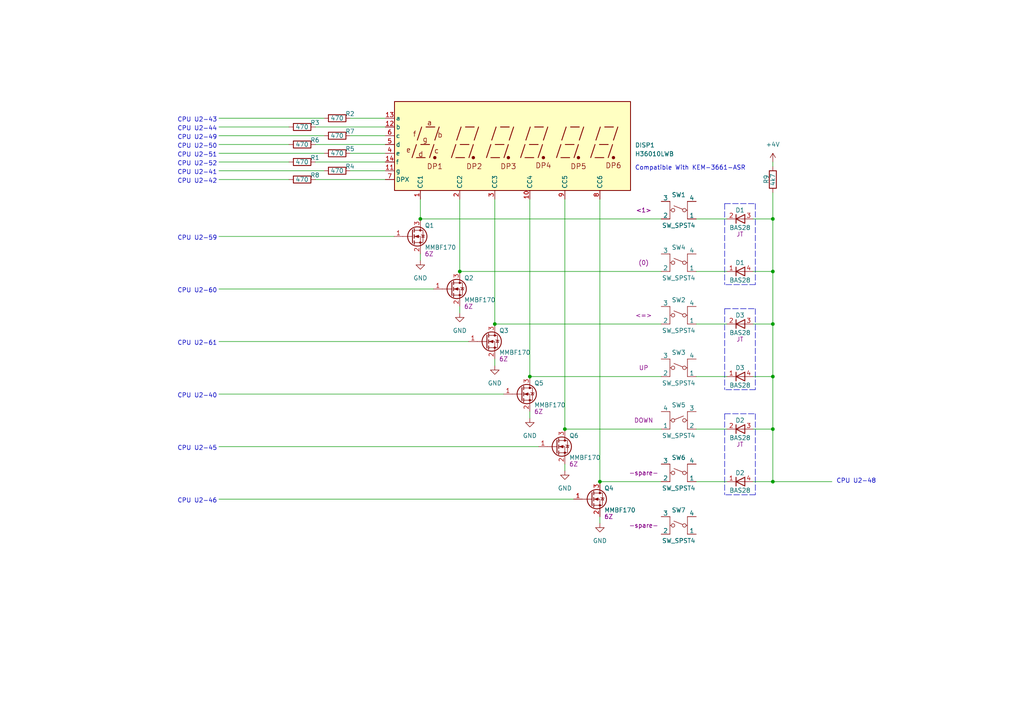
<source format=kicad_sch>
(kicad_sch (version 20211123) (generator eeschema)

  (uuid 8bbc5cdf-55b5-45a5-85d8-b574e91f0b80)

  (paper "A4")

  (title_block
    (title "ODE2 CONTROL")
    (date "2024-08-07")
    (rev "ISSUE 12")
    (company "Reverse engineered, copyright Invertek Drives.com")
    (comment 1 "Display and key switch matrix.")
  )

  (lib_symbols
    (symbol "Device:R" (pin_numbers hide) (pin_names (offset 0)) (in_bom yes) (on_board yes)
      (property "Reference" "R" (id 0) (at 2.032 0 90)
        (effects (font (size 1.27 1.27)))
      )
      (property "Value" "R" (id 1) (at 0 0 90)
        (effects (font (size 1.27 1.27)))
      )
      (property "Footprint" "" (id 2) (at -1.778 0 90)
        (effects (font (size 1.27 1.27)) hide)
      )
      (property "Datasheet" "~" (id 3) (at 0 0 0)
        (effects (font (size 1.27 1.27)) hide)
      )
      (property "ki_keywords" "R res resistor" (id 4) (at 0 0 0)
        (effects (font (size 1.27 1.27)) hide)
      )
      (property "ki_description" "Resistor" (id 5) (at 0 0 0)
        (effects (font (size 1.27 1.27)) hide)
      )
      (property "ki_fp_filters" "R_*" (id 6) (at 0 0 0)
        (effects (font (size 1.27 1.27)) hide)
      )
      (symbol "R_0_1"
        (rectangle (start -1.016 -2.54) (end 1.016 2.54)
          (stroke (width 0.254) (type default) (color 0 0 0 0))
          (fill (type none))
        )
      )
      (symbol "R_1_1"
        (pin passive line (at 0 3.81 270) (length 1.27)
          (name "~" (effects (font (size 1.27 1.27))))
          (number "1" (effects (font (size 1.27 1.27))))
        )
        (pin passive line (at 0 -3.81 90) (length 1.27)
          (name "~" (effects (font (size 1.27 1.27))))
          (number "2" (effects (font (size 1.27 1.27))))
        )
      )
    )
    (symbol "SW_SPST4_1" (pin_numbers hide) (pin_names (offset 0)) (in_bom yes) (on_board yes)
      (property "Reference" "SW" (id 0) (at 0 4.064 0)
        (effects (font (size 1.27 1.27)))
      )
      (property "Value" "SW_SPST4_1" (id 1) (at 0 -4.064 0)
        (effects (font (size 1.27 1.27)))
      )
      (property "Footprint" "" (id 2) (at 0 0 0)
        (effects (font (size 1.27 1.27)) hide)
      )
      (property "Datasheet" "~" (id 3) (at 0 0 0)
        (effects (font (size 1.27 1.27)) hide)
      )
      (property "ki_keywords" "switch dual double-pole single-throw OFF-ON" (id 4) (at 0 0 0)
        (effects (font (size 1.27 1.27)) hide)
      )
      (property "ki_description" "Double Pole Single Throw (DPST) Switch" (id 5) (at 0 0 0)
        (effects (font (size 1.27 1.27)) hide)
      )
      (symbol "SW_SPST4_1_0_0"
        (circle (center -1.651 0) (radius 0.508)
          (stroke (width 0) (type default) (color 0 0 0 0))
          (fill (type none))
        )
        (polyline
          (pts
            (xy -1.143 0.254)
            (xy 1.397 1.27)
          )
          (stroke (width 0) (type default) (color 0 0 0 0))
          (fill (type none))
        )
        (circle (center 1.651 0) (radius 0.508)
          (stroke (width 0) (type default) (color 0 0 0 0))
          (fill (type none))
        )
      )
      (symbol "SW_SPST4_1_0_1"
        (polyline
          (pts
            (xy -2.54 0)
            (xy -2.159 0)
          )
          (stroke (width 0) (type default) (color 0 0 0 0))
          (fill (type none))
        )
        (polyline
          (pts
            (xy -2.54 2.54)
            (xy -2.54 -2.54)
          )
          (stroke (width 0) (type default) (color 0 0 0 0))
          (fill (type none))
        )
        (polyline
          (pts
            (xy 2.159 0)
            (xy 2.54 0)
          )
          (stroke (width 0) (type default) (color 0 0 0 0))
          (fill (type none))
        )
        (polyline
          (pts
            (xy 2.54 2.54)
            (xy 2.54 -2.54)
          )
          (stroke (width 0) (type default) (color 0 0 0 0))
          (fill (type none))
        )
      )
      (symbol "SW_SPST4_1_1_1"
        (pin passive line (at -5.08 -2.54 0) (length 2.54)
          (name "1" (effects (font (size 1.27 1.27))))
          (number "1" (effects (font (size 1.27 1.27))))
        )
        (pin passive line (at 5.08 -2.54 180) (length 2.54)
          (name "2" (effects (font (size 1.27 1.27))))
          (number "2" (effects (font (size 1.27 1.27))))
        )
        (pin passive line (at 5.08 2.54 180) (length 2.54)
          (name "3" (effects (font (size 1.27 1.27))))
          (number "3" (effects (font (size 1.27 1.27))))
        )
        (pin passive line (at -5.08 2.54 0) (length 2.54)
          (name "4" (effects (font (size 1.27 1.27))))
          (number "4" (effects (font (size 1.27 1.27))))
        )
      )
    )
    (symbol "SW_SPST4_2" (pin_numbers hide) (pin_names (offset 0)) (in_bom yes) (on_board yes)
      (property "Reference" "SW" (id 0) (at 0 4.064 0)
        (effects (font (size 1.27 1.27)))
      )
      (property "Value" "SW_SPST4_2" (id 1) (at 0 -4.064 0)
        (effects (font (size 1.27 1.27)))
      )
      (property "Footprint" "" (id 2) (at 0 0 0)
        (effects (font (size 1.27 1.27)) hide)
      )
      (property "Datasheet" "~" (id 3) (at 0 0 0)
        (effects (font (size 1.27 1.27)) hide)
      )
      (property "ki_keywords" "switch dual double-pole single-throw OFF-ON" (id 4) (at 0 0 0)
        (effects (font (size 1.27 1.27)) hide)
      )
      (property "ki_description" "Double Pole Single Throw (DPST) Switch" (id 5) (at 0 0 0)
        (effects (font (size 1.27 1.27)) hide)
      )
      (symbol "SW_SPST4_2_0_0"
        (circle (center -1.651 0) (radius 0.508)
          (stroke (width 0) (type default) (color 0 0 0 0))
          (fill (type none))
        )
        (polyline
          (pts
            (xy -1.143 0.254)
            (xy 1.397 1.27)
          )
          (stroke (width 0) (type default) (color 0 0 0 0))
          (fill (type none))
        )
        (circle (center 1.651 0) (radius 0.508)
          (stroke (width 0) (type default) (color 0 0 0 0))
          (fill (type none))
        )
      )
      (symbol "SW_SPST4_2_0_1"
        (polyline
          (pts
            (xy -2.54 0)
            (xy -2.159 0)
          )
          (stroke (width 0) (type default) (color 0 0 0 0))
          (fill (type none))
        )
        (polyline
          (pts
            (xy -2.54 2.54)
            (xy -2.54 -2.54)
          )
          (stroke (width 0) (type default) (color 0 0 0 0))
          (fill (type none))
        )
        (polyline
          (pts
            (xy 2.159 0)
            (xy 2.54 0)
          )
          (stroke (width 0) (type default) (color 0 0 0 0))
          (fill (type none))
        )
        (polyline
          (pts
            (xy 2.54 2.54)
            (xy 2.54 -2.54)
          )
          (stroke (width 0) (type default) (color 0 0 0 0))
          (fill (type none))
        )
      )
      (symbol "SW_SPST4_2_1_1"
        (pin passive line (at -5.08 -2.54 0) (length 2.54)
          (name "1" (effects (font (size 1.27 1.27))))
          (number "1" (effects (font (size 1.27 1.27))))
        )
        (pin passive line (at 5.08 -2.54 180) (length 2.54)
          (name "2" (effects (font (size 1.27 1.27))))
          (number "2" (effects (font (size 1.27 1.27))))
        )
        (pin passive line (at 5.08 2.54 180) (length 2.54)
          (name "3" (effects (font (size 1.27 1.27))))
          (number "3" (effects (font (size 1.27 1.27))))
        )
        (pin passive line (at -5.08 2.54 0) (length 2.54)
          (name "4" (effects (font (size 1.27 1.27))))
          (number "4" (effects (font (size 1.27 1.27))))
        )
      )
    )
    (symbol "SW_SPST4_3" (pin_numbers hide) (pin_names (offset 0)) (in_bom yes) (on_board yes)
      (property "Reference" "SW" (id 0) (at 0 4.064 0)
        (effects (font (size 1.27 1.27)))
      )
      (property "Value" "SW_SPST4_3" (id 1) (at 0 -4.064 0)
        (effects (font (size 1.27 1.27)))
      )
      (property "Footprint" "" (id 2) (at 0 0 0)
        (effects (font (size 1.27 1.27)) hide)
      )
      (property "Datasheet" "~" (id 3) (at 0 0 0)
        (effects (font (size 1.27 1.27)) hide)
      )
      (property "ki_keywords" "switch dual double-pole single-throw OFF-ON" (id 4) (at 0 0 0)
        (effects (font (size 1.27 1.27)) hide)
      )
      (property "ki_description" "Double Pole Single Throw (DPST) Switch" (id 5) (at 0 0 0)
        (effects (font (size 1.27 1.27)) hide)
      )
      (symbol "SW_SPST4_3_0_0"
        (circle (center -1.651 0) (radius 0.508)
          (stroke (width 0) (type default) (color 0 0 0 0))
          (fill (type none))
        )
        (polyline
          (pts
            (xy -1.143 0.254)
            (xy 1.397 1.27)
          )
          (stroke (width 0) (type default) (color 0 0 0 0))
          (fill (type none))
        )
        (circle (center 1.651 0) (radius 0.508)
          (stroke (width 0) (type default) (color 0 0 0 0))
          (fill (type none))
        )
      )
      (symbol "SW_SPST4_3_0_1"
        (polyline
          (pts
            (xy -2.54 0)
            (xy -2.159 0)
          )
          (stroke (width 0) (type default) (color 0 0 0 0))
          (fill (type none))
        )
        (polyline
          (pts
            (xy -2.54 2.54)
            (xy -2.54 -2.54)
          )
          (stroke (width 0) (type default) (color 0 0 0 0))
          (fill (type none))
        )
        (polyline
          (pts
            (xy 2.159 0)
            (xy 2.54 0)
          )
          (stroke (width 0) (type default) (color 0 0 0 0))
          (fill (type none))
        )
        (polyline
          (pts
            (xy 2.54 2.54)
            (xy 2.54 -2.54)
          )
          (stroke (width 0) (type default) (color 0 0 0 0))
          (fill (type none))
        )
      )
      (symbol "SW_SPST4_3_1_1"
        (pin passive line (at -5.08 -2.54 0) (length 2.54)
          (name "1" (effects (font (size 1.27 1.27))))
          (number "1" (effects (font (size 1.27 1.27))))
        )
        (pin passive line (at 5.08 -2.54 180) (length 2.54)
          (name "2" (effects (font (size 1.27 1.27))))
          (number "2" (effects (font (size 1.27 1.27))))
        )
        (pin passive line (at 5.08 2.54 180) (length 2.54)
          (name "3" (effects (font (size 1.27 1.27))))
          (number "3" (effects (font (size 1.27 1.27))))
        )
        (pin passive line (at -5.08 2.54 0) (length 2.54)
          (name "4" (effects (font (size 1.27 1.27))))
          (number "4" (effects (font (size 1.27 1.27))))
        )
      )
    )
    (symbol "SW_SPST4_4" (pin_numbers hide) (pin_names (offset 0)) (in_bom yes) (on_board yes)
      (property "Reference" "SW" (id 0) (at 0 4.064 0)
        (effects (font (size 1.27 1.27)))
      )
      (property "Value" "SW_SPST4_4" (id 1) (at 0 -4.064 0)
        (effects (font (size 1.27 1.27)))
      )
      (property "Footprint" "" (id 2) (at 0 0 0)
        (effects (font (size 1.27 1.27)) hide)
      )
      (property "Datasheet" "~" (id 3) (at 0 0 0)
        (effects (font (size 1.27 1.27)) hide)
      )
      (property "ki_keywords" "switch dual double-pole single-throw OFF-ON" (id 4) (at 0 0 0)
        (effects (font (size 1.27 1.27)) hide)
      )
      (property "ki_description" "Double Pole Single Throw (DPST) Switch" (id 5) (at 0 0 0)
        (effects (font (size 1.27 1.27)) hide)
      )
      (symbol "SW_SPST4_4_0_0"
        (circle (center -1.651 0) (radius 0.508)
          (stroke (width 0) (type default) (color 0 0 0 0))
          (fill (type none))
        )
        (polyline
          (pts
            (xy -1.143 0.254)
            (xy 1.397 1.27)
          )
          (stroke (width 0) (type default) (color 0 0 0 0))
          (fill (type none))
        )
        (circle (center 1.651 0) (radius 0.508)
          (stroke (width 0) (type default) (color 0 0 0 0))
          (fill (type none))
        )
      )
      (symbol "SW_SPST4_4_0_1"
        (polyline
          (pts
            (xy -2.54 0)
            (xy -2.159 0)
          )
          (stroke (width 0) (type default) (color 0 0 0 0))
          (fill (type none))
        )
        (polyline
          (pts
            (xy -2.54 2.54)
            (xy -2.54 -2.54)
          )
          (stroke (width 0) (type default) (color 0 0 0 0))
          (fill (type none))
        )
        (polyline
          (pts
            (xy 2.159 0)
            (xy 2.54 0)
          )
          (stroke (width 0) (type default) (color 0 0 0 0))
          (fill (type none))
        )
        (polyline
          (pts
            (xy 2.54 2.54)
            (xy 2.54 -2.54)
          )
          (stroke (width 0) (type default) (color 0 0 0 0))
          (fill (type none))
        )
      )
      (symbol "SW_SPST4_4_1_1"
        (pin passive line (at -5.08 -2.54 0) (length 2.54)
          (name "1" (effects (font (size 1.27 1.27))))
          (number "1" (effects (font (size 1.27 1.27))))
        )
        (pin passive line (at 5.08 -2.54 180) (length 2.54)
          (name "2" (effects (font (size 1.27 1.27))))
          (number "2" (effects (font (size 1.27 1.27))))
        )
        (pin passive line (at 5.08 2.54 180) (length 2.54)
          (name "3" (effects (font (size 1.27 1.27))))
          (number "3" (effects (font (size 1.27 1.27))))
        )
        (pin passive line (at -5.08 2.54 0) (length 2.54)
          (name "4" (effects (font (size 1.27 1.27))))
          (number "4" (effects (font (size 1.27 1.27))))
        )
      )
    )
    (symbol "SW_SPST4_5" (pin_numbers hide) (pin_names (offset 0)) (in_bom yes) (on_board yes)
      (property "Reference" "SW" (id 0) (at 0 4.064 0)
        (effects (font (size 1.27 1.27)))
      )
      (property "Value" "SW_SPST4_5" (id 1) (at 0 -4.064 0)
        (effects (font (size 1.27 1.27)))
      )
      (property "Footprint" "" (id 2) (at 0 0 0)
        (effects (font (size 1.27 1.27)) hide)
      )
      (property "Datasheet" "~" (id 3) (at 0 0 0)
        (effects (font (size 1.27 1.27)) hide)
      )
      (property "ki_keywords" "switch dual double-pole single-throw OFF-ON" (id 4) (at 0 0 0)
        (effects (font (size 1.27 1.27)) hide)
      )
      (property "ki_description" "Double Pole Single Throw (DPST) Switch" (id 5) (at 0 0 0)
        (effects (font (size 1.27 1.27)) hide)
      )
      (symbol "SW_SPST4_5_0_0"
        (circle (center -1.651 0) (radius 0.508)
          (stroke (width 0) (type default) (color 0 0 0 0))
          (fill (type none))
        )
        (polyline
          (pts
            (xy -1.143 0.254)
            (xy 1.397 1.27)
          )
          (stroke (width 0) (type default) (color 0 0 0 0))
          (fill (type none))
        )
        (circle (center 1.651 0) (radius 0.508)
          (stroke (width 0) (type default) (color 0 0 0 0))
          (fill (type none))
        )
      )
      (symbol "SW_SPST4_5_0_1"
        (polyline
          (pts
            (xy -2.54 0)
            (xy -2.159 0)
          )
          (stroke (width 0) (type default) (color 0 0 0 0))
          (fill (type none))
        )
        (polyline
          (pts
            (xy -2.54 2.54)
            (xy -2.54 -2.54)
          )
          (stroke (width 0) (type default) (color 0 0 0 0))
          (fill (type none))
        )
        (polyline
          (pts
            (xy 2.159 0)
            (xy 2.54 0)
          )
          (stroke (width 0) (type default) (color 0 0 0 0))
          (fill (type none))
        )
        (polyline
          (pts
            (xy 2.54 2.54)
            (xy 2.54 -2.54)
          )
          (stroke (width 0) (type default) (color 0 0 0 0))
          (fill (type none))
        )
      )
      (symbol "SW_SPST4_5_1_1"
        (pin passive line (at -5.08 -2.54 0) (length 2.54)
          (name "1" (effects (font (size 1.27 1.27))))
          (number "1" (effects (font (size 1.27 1.27))))
        )
        (pin passive line (at 5.08 -2.54 180) (length 2.54)
          (name "2" (effects (font (size 1.27 1.27))))
          (number "2" (effects (font (size 1.27 1.27))))
        )
        (pin passive line (at 5.08 2.54 180) (length 2.54)
          (name "3" (effects (font (size 1.27 1.27))))
          (number "3" (effects (font (size 1.27 1.27))))
        )
        (pin passive line (at -5.08 2.54 0) (length 2.54)
          (name "4" (effects (font (size 1.27 1.27))))
          (number "4" (effects (font (size 1.27 1.27))))
        )
      )
    )
    (symbol "SW_SPST4_6" (pin_numbers hide) (pin_names (offset 0)) (in_bom yes) (on_board yes)
      (property "Reference" "SW" (id 0) (at 0 4.064 0)
        (effects (font (size 1.27 1.27)))
      )
      (property "Value" "SW_SPST4_6" (id 1) (at 0 -4.064 0)
        (effects (font (size 1.27 1.27)))
      )
      (property "Footprint" "" (id 2) (at 0 0 0)
        (effects (font (size 1.27 1.27)) hide)
      )
      (property "Datasheet" "~" (id 3) (at 0 0 0)
        (effects (font (size 1.27 1.27)) hide)
      )
      (property "ki_keywords" "switch dual double-pole single-throw OFF-ON" (id 4) (at 0 0 0)
        (effects (font (size 1.27 1.27)) hide)
      )
      (property "ki_description" "Double Pole Single Throw (DPST) Switch" (id 5) (at 0 0 0)
        (effects (font (size 1.27 1.27)) hide)
      )
      (symbol "SW_SPST4_6_0_0"
        (circle (center -1.651 0) (radius 0.508)
          (stroke (width 0) (type default) (color 0 0 0 0))
          (fill (type none))
        )
        (polyline
          (pts
            (xy -1.143 0.254)
            (xy 1.397 1.27)
          )
          (stroke (width 0) (type default) (color 0 0 0 0))
          (fill (type none))
        )
        (circle (center 1.651 0) (radius 0.508)
          (stroke (width 0) (type default) (color 0 0 0 0))
          (fill (type none))
        )
      )
      (symbol "SW_SPST4_6_0_1"
        (polyline
          (pts
            (xy -2.54 0)
            (xy -2.159 0)
          )
          (stroke (width 0) (type default) (color 0 0 0 0))
          (fill (type none))
        )
        (polyline
          (pts
            (xy -2.54 2.54)
            (xy -2.54 -2.54)
          )
          (stroke (width 0) (type default) (color 0 0 0 0))
          (fill (type none))
        )
        (polyline
          (pts
            (xy 2.159 0)
            (xy 2.54 0)
          )
          (stroke (width 0) (type default) (color 0 0 0 0))
          (fill (type none))
        )
        (polyline
          (pts
            (xy 2.54 2.54)
            (xy 2.54 -2.54)
          )
          (stroke (width 0) (type default) (color 0 0 0 0))
          (fill (type none))
        )
      )
      (symbol "SW_SPST4_6_1_1"
        (pin passive line (at -5.08 -2.54 0) (length 2.54)
          (name "1" (effects (font (size 1.27 1.27))))
          (number "1" (effects (font (size 1.27 1.27))))
        )
        (pin passive line (at 5.08 -2.54 180) (length 2.54)
          (name "2" (effects (font (size 1.27 1.27))))
          (number "2" (effects (font (size 1.27 1.27))))
        )
        (pin passive line (at 5.08 2.54 180) (length 2.54)
          (name "3" (effects (font (size 1.27 1.27))))
          (number "3" (effects (font (size 1.27 1.27))))
        )
        (pin passive line (at -5.08 2.54 0) (length 2.54)
          (name "4" (effects (font (size 1.27 1.27))))
          (number "4" (effects (font (size 1.27 1.27))))
        )
      )
    )
    (symbol "Transistor_FET:MMBF170" (pin_names hide) (in_bom yes) (on_board yes)
      (property "Reference" "Q" (id 0) (at 5.08 1.905 0)
        (effects (font (size 1.27 1.27)) (justify left))
      )
      (property "Value" "MMBF170" (id 1) (at 5.08 0 0)
        (effects (font (size 1.27 1.27)) (justify left))
      )
      (property "Footprint" "Package_TO_SOT_SMD:SOT-23" (id 2) (at 5.08 -1.905 0)
        (effects (font (size 1.27 1.27) italic) (justify left) hide)
      )
      (property "Datasheet" "https://www.diodes.com/assets/Datasheets/ds30104.pdf" (id 3) (at 0 0 0)
        (effects (font (size 1.27 1.27)) (justify left) hide)
      )
      (property "ki_keywords" "N-Channel MOSFET" (id 4) (at 0 0 0)
        (effects (font (size 1.27 1.27)) hide)
      )
      (property "ki_description" "0.5A Id, 60V Vds, N-Channel MOSFET, SOT-23" (id 5) (at 0 0 0)
        (effects (font (size 1.27 1.27)) hide)
      )
      (property "ki_fp_filters" "SOT?23*" (id 6) (at 0 0 0)
        (effects (font (size 1.27 1.27)) hide)
      )
      (symbol "MMBF170_0_1"
        (polyline
          (pts
            (xy 0.254 0)
            (xy -2.54 0)
          )
          (stroke (width 0) (type default) (color 0 0 0 0))
          (fill (type none))
        )
        (polyline
          (pts
            (xy 0.254 1.905)
            (xy 0.254 -1.905)
          )
          (stroke (width 0.254) (type default) (color 0 0 0 0))
          (fill (type none))
        )
        (polyline
          (pts
            (xy 0.762 -1.27)
            (xy 0.762 -2.286)
          )
          (stroke (width 0.254) (type default) (color 0 0 0 0))
          (fill (type none))
        )
        (polyline
          (pts
            (xy 0.762 0.508)
            (xy 0.762 -0.508)
          )
          (stroke (width 0.254) (type default) (color 0 0 0 0))
          (fill (type none))
        )
        (polyline
          (pts
            (xy 0.762 2.286)
            (xy 0.762 1.27)
          )
          (stroke (width 0.254) (type default) (color 0 0 0 0))
          (fill (type none))
        )
        (polyline
          (pts
            (xy 2.54 2.54)
            (xy 2.54 1.778)
          )
          (stroke (width 0) (type default) (color 0 0 0 0))
          (fill (type none))
        )
        (polyline
          (pts
            (xy 2.54 -2.54)
            (xy 2.54 0)
            (xy 0.762 0)
          )
          (stroke (width 0) (type default) (color 0 0 0 0))
          (fill (type none))
        )
        (polyline
          (pts
            (xy 0.762 -1.778)
            (xy 3.302 -1.778)
            (xy 3.302 1.778)
            (xy 0.762 1.778)
          )
          (stroke (width 0) (type default) (color 0 0 0 0))
          (fill (type none))
        )
        (polyline
          (pts
            (xy 1.016 0)
            (xy 2.032 0.381)
            (xy 2.032 -0.381)
            (xy 1.016 0)
          )
          (stroke (width 0) (type default) (color 0 0 0 0))
          (fill (type outline))
        )
        (polyline
          (pts
            (xy 2.794 0.508)
            (xy 2.921 0.381)
            (xy 3.683 0.381)
            (xy 3.81 0.254)
          )
          (stroke (width 0) (type default) (color 0 0 0 0))
          (fill (type none))
        )
        (polyline
          (pts
            (xy 3.302 0.381)
            (xy 2.921 -0.254)
            (xy 3.683 -0.254)
            (xy 3.302 0.381)
          )
          (stroke (width 0) (type default) (color 0 0 0 0))
          (fill (type none))
        )
        (circle (center 1.651 0) (radius 2.794)
          (stroke (width 0.254) (type default) (color 0 0 0 0))
          (fill (type none))
        )
        (circle (center 2.54 -1.778) (radius 0.254)
          (stroke (width 0) (type default) (color 0 0 0 0))
          (fill (type outline))
        )
        (circle (center 2.54 1.778) (radius 0.254)
          (stroke (width 0) (type default) (color 0 0 0 0))
          (fill (type outline))
        )
      )
      (symbol "MMBF170_1_1"
        (pin input line (at -5.08 0 0) (length 2.54)
          (name "G" (effects (font (size 1.27 1.27))))
          (number "1" (effects (font (size 1.27 1.27))))
        )
        (pin passive line (at 2.54 -5.08 90) (length 2.54)
          (name "S" (effects (font (size 1.27 1.27))))
          (number "2" (effects (font (size 1.27 1.27))))
        )
        (pin passive line (at 2.54 5.08 270) (length 2.54)
          (name "D" (effects (font (size 1.27 1.27))))
          (number "3" (effects (font (size 1.27 1.27))))
        )
      )
    )
    (symbol "power:GND" (power) (pin_names (offset 0)) (in_bom yes) (on_board yes)
      (property "Reference" "#PWR" (id 0) (at 0 -6.35 0)
        (effects (font (size 1.27 1.27)) hide)
      )
      (property "Value" "GND" (id 1) (at 0 -3.81 0)
        (effects (font (size 1.27 1.27)))
      )
      (property "Footprint" "" (id 2) (at 0 0 0)
        (effects (font (size 1.27 1.27)) hide)
      )
      (property "Datasheet" "" (id 3) (at 0 0 0)
        (effects (font (size 1.27 1.27)) hide)
      )
      (property "ki_keywords" "power-flag" (id 4) (at 0 0 0)
        (effects (font (size 1.27 1.27)) hide)
      )
      (property "ki_description" "Power symbol creates a global label with name \"GND\" , ground" (id 5) (at 0 0 0)
        (effects (font (size 1.27 1.27)) hide)
      )
      (symbol "GND_0_1"
        (polyline
          (pts
            (xy 0 0)
            (xy 0 -1.27)
            (xy 1.27 -1.27)
            (xy 0 -2.54)
            (xy -1.27 -1.27)
            (xy 0 -1.27)
          )
          (stroke (width 0) (type default) (color 0 0 0 0))
          (fill (type none))
        )
      )
      (symbol "GND_1_1"
        (pin power_in line (at 0 0 270) (length 0) hide
          (name "GND" (effects (font (size 1.27 1.27))))
          (number "1" (effects (font (size 1.27 1.27))))
        )
      )
    )
    (symbol "private:+4V7" (power) (pin_names (offset 0)) (in_bom yes) (on_board yes)
      (property "Reference" "#PWR" (id 0) (at 0 -3.81 0)
        (effects (font (size 1.27 1.27)) hide)
      )
      (property "Value" "+4V7" (id 1) (at 0 3.556 0)
        (effects (font (size 1.27 1.27)))
      )
      (property "Footprint" "" (id 2) (at 0 0 0)
        (effects (font (size 1.27 1.27)) hide)
      )
      (property "Datasheet" "" (id 3) (at 0 0 0)
        (effects (font (size 1.27 1.27)) hide)
      )
      (property "ki_keywords" "power-flag" (id 4) (at 0 0 0)
        (effects (font (size 1.27 1.27)) hide)
      )
      (property "ki_description" "Power symbol creates a global label with name \"+4V\"" (id 5) (at 0 0 0)
        (effects (font (size 1.27 1.27)) hide)
      )
      (symbol "+4V7_0_1"
        (polyline
          (pts
            (xy -0.762 1.27)
            (xy 0 2.54)
          )
          (stroke (width 0) (type default) (color 0 0 0 0))
          (fill (type none))
        )
        (polyline
          (pts
            (xy 0 0)
            (xy 0 2.54)
          )
          (stroke (width 0) (type default) (color 0 0 0 0))
          (fill (type none))
        )
        (polyline
          (pts
            (xy 0 2.54)
            (xy 0.762 1.27)
          )
          (stroke (width 0) (type default) (color 0 0 0 0))
          (fill (type none))
        )
      )
      (symbol "+4V7_1_1"
        (pin power_in line (at 0 0 90) (length 0) hide
          (name "+4V" (effects (font (size 1.27 1.27))))
          (number "1" (effects (font (size 1.27 1.27))))
        )
      )
    )
    (symbol "private:BAS28a" (in_bom yes) (on_board yes)
      (property "Reference" "D" (id 0) (at 0 3.302 0)
        (effects (font (size 1.27 1.27)))
      )
      (property "Value" "BAS28a" (id 1) (at 0 -2.413 0)
        (effects (font (size 1.27 1.27)))
      )
      (property "Footprint" "" (id 2) (at 0 0 0)
        (effects (font (size 1.27 1.27)) hide)
      )
      (property "Datasheet" "" (id 3) (at 0 0 0)
        (effects (font (size 1.27 1.27)) hide)
      )
      (symbol "BAS28a_0_1"
        (polyline
          (pts
            (xy -1.143 1.27)
            (xy -1.143 -1.27)
          )
          (stroke (width 0.254) (type default) (color 0 0 0 0))
          (fill (type none))
        )
        (polyline
          (pts
            (xy 1.27 0)
            (xy -1.143 0)
          )
          (stroke (width 0) (type default) (color 0 0 0 0))
          (fill (type none))
        )
        (polyline
          (pts
            (xy 1.397 1.27)
            (xy 1.397 -1.27)
            (xy -1.143 0)
            (xy 1.397 1.27)
          )
          (stroke (width 0.254) (type default) (color 0 0 0 0))
          (fill (type none))
        )
      )
      (symbol "BAS28a_1_1"
        (pin passive line (at -3.81 0 0) (length 2.54)
          (name "" (effects (font (size 1.27 1.27))))
          (number "1" (effects (font (size 1.27 1.27))))
        )
        (pin passive line (at 3.81 0 180) (length 2.54)
          (name "" (effects (font (size 1.27 1.27))))
          (number "4" (effects (font (size 1.27 1.27))))
        )
      )
    )
    (symbol "private:BAS28b" (in_bom yes) (on_board yes)
      (property "Reference" "D" (id 0) (at 0 3.302 0)
        (effects (font (size 1.27 1.27)))
      )
      (property "Value" "BAS28b" (id 1) (at 0 -2.413 0)
        (effects (font (size 1.27 1.27)))
      )
      (property "Footprint" "" (id 2) (at 0 0 0)
        (effects (font (size 1.27 1.27)) hide)
      )
      (property "Datasheet" "" (id 3) (at 0 0 0)
        (effects (font (size 1.27 1.27)) hide)
      )
      (symbol "BAS28b_0_1"
        (polyline
          (pts
            (xy -1.143 1.27)
            (xy -1.143 -1.27)
          )
          (stroke (width 0.254) (type default) (color 0 0 0 0))
          (fill (type none))
        )
        (polyline
          (pts
            (xy 1.27 0)
            (xy -1.143 0)
          )
          (stroke (width 0) (type default) (color 0 0 0 0))
          (fill (type none))
        )
        (polyline
          (pts
            (xy 1.397 1.27)
            (xy 1.397 -1.27)
            (xy -1.143 0)
            (xy 1.397 1.27)
          )
          (stroke (width 0.254) (type default) (color 0 0 0 0))
          (fill (type none))
        )
      )
      (symbol "BAS28b_1_1"
        (pin passive line (at -3.81 0 0) (length 2.54)
          (name "" (effects (font (size 1.27 1.27))))
          (number "2" (effects (font (size 1.27 1.27))))
        )
        (pin passive line (at 3.81 0 180) (length 2.54)
          (name "" (effects (font (size 1.27 1.27))))
          (number "3" (effects (font (size 1.27 1.27))))
        )
      )
    )
    (symbol "private:CC-3661" (in_bom yes) (on_board yes)
      (property "Reference" "U" (id 0) (at -34.163 13.97 0)
        (effects (font (size 1.27 1.27)))
      )
      (property "Value" "CC-3661" (id 1) (at 7.747 13.97 0)
        (effects (font (size 1.27 1.27)))
      )
      (property "Footprint" "" (id 2) (at -10.033 -15.24 0)
        (effects (font (size 1.27 1.27)) hide)
      )
      (property "Datasheet" "http://" (id 3) (at -20.955 0.762 0)
        (effects (font (size 1.27 1.27)) hide)
      )
      (property "ki_keywords" "display LED 7-segment" (id 4) (at 0 0 0)
        (effects (font (size 1.27 1.27)) hide)
      )
      (property "ki_description" "6 digit 7 segment red LED, common cathode" (id 5) (at 0 0 0)
        (effects (font (size 1.27 1.27)) hide)
      )
      (property "ki_fp_filters" "*CA56*12SRWA*" (id 6) (at 0 0 0)
        (effects (font (size 1.27 1.27)) hide)
      )
      (symbol "CC-3661_0_0"
        (rectangle (start -35.433 12.446) (end 33.02 -13.335)
          (stroke (width 0.254) (type default) (color 0 0 0 0))
          (fill (type background))
        )
        (polyline
          (pts
            (xy -30.353 -3.81)
            (xy -29.083 0)
          )
          (stroke (width 0.254) (type default) (color 0 0 0 0))
          (fill (type none))
        )
        (polyline
          (pts
            (xy -29.083 -3.81)
            (xy -26.543 -3.81)
          )
          (stroke (width 0.254) (type default) (color 0 0 0 0))
          (fill (type none))
        )
        (polyline
          (pts
            (xy -28.829 1.27)
            (xy -27.559 5.08)
          )
          (stroke (width 0.254) (type default) (color 0 0 0 0))
          (fill (type none))
        )
        (polyline
          (pts
            (xy -27.813 0)
            (xy -25.273 0)
          )
          (stroke (width 0.254) (type default) (color 0 0 0 0))
          (fill (type none))
        )
        (polyline
          (pts
            (xy -26.289 5.08)
            (xy -23.749 5.08)
          )
          (stroke (width 0.254) (type default) (color 0 0 0 0))
          (fill (type none))
        )
        (polyline
          (pts
            (xy -25.273 -3.81)
            (xy -24.003 0)
          )
          (stroke (width 0.254) (type default) (color 0 0 0 0))
          (fill (type none))
        )
        (polyline
          (pts
            (xy -23.749 1.27)
            (xy -22.479 5.08)
          )
          (stroke (width 0.254) (type default) (color 0 0 0 0))
          (fill (type none))
        )
        (polyline
          (pts
            (xy -18.923 -3.81)
            (xy -17.653 0)
          )
          (stroke (width 0.254) (type default) (color 0 0 0 0))
          (fill (type none))
        )
        (polyline
          (pts
            (xy -17.653 -3.81)
            (xy -15.113 -3.81)
          )
          (stroke (width 0.254) (type default) (color 0 0 0 0))
          (fill (type none))
        )
        (polyline
          (pts
            (xy -17.399 1.27)
            (xy -16.129 5.08)
          )
          (stroke (width 0.254) (type default) (color 0 0 0 0))
          (fill (type none))
        )
        (polyline
          (pts
            (xy -16.383 0)
            (xy -13.843 0)
          )
          (stroke (width 0.254) (type default) (color 0 0 0 0))
          (fill (type none))
        )
        (polyline
          (pts
            (xy -14.859 5.08)
            (xy -12.319 5.08)
          )
          (stroke (width 0.254) (type default) (color 0 0 0 0))
          (fill (type none))
        )
        (polyline
          (pts
            (xy -13.843 -3.81)
            (xy -12.573 0)
          )
          (stroke (width 0.254) (type default) (color 0 0 0 0))
          (fill (type none))
        )
        (polyline
          (pts
            (xy -12.319 1.27)
            (xy -11.049 5.08)
          )
          (stroke (width 0.254) (type default) (color 0 0 0 0))
          (fill (type none))
        )
        (polyline
          (pts
            (xy -8.763 -3.81)
            (xy -7.493 0)
          )
          (stroke (width 0.254) (type default) (color 0 0 0 0))
          (fill (type none))
        )
        (polyline
          (pts
            (xy -7.493 -3.81)
            (xy -4.953 -3.81)
          )
          (stroke (width 0.254) (type default) (color 0 0 0 0))
          (fill (type none))
        )
        (polyline
          (pts
            (xy -7.239 1.27)
            (xy -5.969 5.08)
          )
          (stroke (width 0.254) (type default) (color 0 0 0 0))
          (fill (type none))
        )
        (polyline
          (pts
            (xy -6.223 0)
            (xy -3.683 0)
          )
          (stroke (width 0.254) (type default) (color 0 0 0 0))
          (fill (type none))
        )
        (polyline
          (pts
            (xy -4.699 5.08)
            (xy -2.159 5.08)
          )
          (stroke (width 0.254) (type default) (color 0 0 0 0))
          (fill (type none))
        )
        (polyline
          (pts
            (xy -3.683 -3.81)
            (xy -2.413 0)
          )
          (stroke (width 0.254) (type default) (color 0 0 0 0))
          (fill (type none))
        )
        (polyline
          (pts
            (xy -2.159 1.27)
            (xy -0.889 5.08)
          )
          (stroke (width 0.254) (type default) (color 0 0 0 0))
          (fill (type none))
        )
        (polyline
          (pts
            (xy 1.143 -3.81)
            (xy 2.413 0)
          )
          (stroke (width 0.254) (type default) (color 0 0 0 0))
          (fill (type none))
        )
        (polyline
          (pts
            (xy 2.413 -3.81)
            (xy 4.953 -3.81)
          )
          (stroke (width 0.254) (type default) (color 0 0 0 0))
          (fill (type none))
        )
        (polyline
          (pts
            (xy 2.667 1.27)
            (xy 3.937 5.08)
          )
          (stroke (width 0.254) (type default) (color 0 0 0 0))
          (fill (type none))
        )
        (polyline
          (pts
            (xy 3.683 0)
            (xy 6.223 0)
          )
          (stroke (width 0.254) (type default) (color 0 0 0 0))
          (fill (type none))
        )
        (polyline
          (pts
            (xy 5.207 5.08)
            (xy 7.747 5.08)
          )
          (stroke (width 0.254) (type default) (color 0 0 0 0))
          (fill (type none))
        )
        (polyline
          (pts
            (xy 6.223 -3.81)
            (xy 7.493 0)
          )
          (stroke (width 0.254) (type default) (color 0 0 0 0))
          (fill (type none))
        )
        (polyline
          (pts
            (xy 7.747 1.27)
            (xy 9.017 5.08)
          )
          (stroke (width 0.254) (type default) (color 0 0 0 0))
          (fill (type none))
        )
        (polyline
          (pts
            (xy 11.557 -3.81)
            (xy 12.827 0)
          )
          (stroke (width 0.254) (type default) (color 0 0 0 0))
          (fill (type none))
        )
        (polyline
          (pts
            (xy 12.827 -3.81)
            (xy 15.367 -3.81)
          )
          (stroke (width 0.254) (type default) (color 0 0 0 0))
          (fill (type none))
        )
        (polyline
          (pts
            (xy 13.081 1.27)
            (xy 14.351 5.08)
          )
          (stroke (width 0.254) (type default) (color 0 0 0 0))
          (fill (type none))
        )
        (polyline
          (pts
            (xy 14.097 0)
            (xy 16.637 0)
          )
          (stroke (width 0.254) (type default) (color 0 0 0 0))
          (fill (type none))
        )
        (polyline
          (pts
            (xy 15.621 5.08)
            (xy 18.161 5.08)
          )
          (stroke (width 0.254) (type default) (color 0 0 0 0))
          (fill (type none))
        )
        (polyline
          (pts
            (xy 16.637 -3.81)
            (xy 17.907 0)
          )
          (stroke (width 0.254) (type default) (color 0 0 0 0))
          (fill (type none))
        )
        (polyline
          (pts
            (xy 18.161 1.27)
            (xy 19.431 5.08)
          )
          (stroke (width 0.254) (type default) (color 0 0 0 0))
          (fill (type none))
        )
        (polyline
          (pts
            (xy 21.463 -3.81)
            (xy 22.733 0)
          )
          (stroke (width 0.254) (type default) (color 0 0 0 0))
          (fill (type none))
        )
        (polyline
          (pts
            (xy 22.733 -3.81)
            (xy 25.273 -3.81)
          )
          (stroke (width 0.254) (type default) (color 0 0 0 0))
          (fill (type none))
        )
        (polyline
          (pts
            (xy 22.987 1.27)
            (xy 24.257 5.08)
          )
          (stroke (width 0.254) (type default) (color 0 0 0 0))
          (fill (type none))
        )
        (polyline
          (pts
            (xy 24.003 0)
            (xy 26.543 0)
          )
          (stroke (width 0.254) (type default) (color 0 0 0 0))
          (fill (type none))
        )
        (polyline
          (pts
            (xy 25.527 5.08)
            (xy 28.067 5.08)
          )
          (stroke (width 0.254) (type default) (color 0 0 0 0))
          (fill (type none))
        )
        (polyline
          (pts
            (xy 26.543 -3.81)
            (xy 27.813 0)
          )
          (stroke (width 0.254) (type default) (color 0 0 0 0))
          (fill (type none))
        )
        (polyline
          (pts
            (xy 28.067 1.27)
            (xy 29.337 5.08)
          )
          (stroke (width 0.254) (type default) (color 0 0 0 0))
          (fill (type none))
        )
        (text "a" (at -25.273 6.35 0)
          (effects (font (size 1.524 1.524)))
        )
        (text "b" (at -22.225 2.794 0)
          (effects (font (size 1.524 1.524)))
        )
        (text "c" (at -23.241 -1.778 0)
          (effects (font (size 1.524 1.524)))
        )
        (text "d" (at -27.813 -2.794 0)
          (effects (font (size 1.524 1.524)))
        )
        (text "DP1" (at -23.749 -6.35 0)
          (effects (font (size 1.524 1.524)))
        )
        (text "DP2" (at -12.319 -6.35 0)
          (effects (font (size 1.524 1.524)))
        )
        (text "DP3" (at -2.413 -6.35 0)
          (effects (font (size 1.524 1.524)))
        )
        (text "DP4" (at 7.747 -6.096 0)
          (effects (font (size 1.524 1.524)))
        )
        (text "DP5" (at 17.907 -6.35 0)
          (effects (font (size 1.524 1.524)))
        )
        (text "DP6" (at 28.067 -6.096 0)
          (effects (font (size 1.524 1.524)))
        )
        (text "e" (at -31.369 -1.524 0)
          (effects (font (size 1.524 1.524)))
        )
        (text "f" (at -29.591 3.048 0)
          (effects (font (size 1.524 1.524)))
        )
        (text "g" (at -26.543 1.524 0)
          (effects (font (size 1.524 1.524)))
        )
      )
      (symbol "CC-3661_0_1"
        (circle (center -23.749 -3.81) (radius 0.3556)
          (stroke (width 0.254) (type default) (color 0 0 0 0))
          (fill (type outline))
        )
        (circle (center -12.573 -3.81) (radius 0.3556)
          (stroke (width 0.254) (type default) (color 0 0 0 0))
          (fill (type outline))
        )
        (polyline
          (pts
            (xy -43.561 12.446)
            (xy -43.561 12.446)
          )
          (stroke (width 0) (type default) (color 0 0 0 0))
          (fill (type none))
        )
      )
      (symbol "CC-3661_1_0"
        (circle (center -2.413 -3.81) (radius 0.3556)
          (stroke (width 0.254) (type default) (color 0 0 0 0))
          (fill (type outline))
        )
        (circle (center 7.747 -3.81) (radius 0.3556)
          (stroke (width 0.254) (type default) (color 0 0 0 0))
          (fill (type outline))
        )
        (circle (center 17.907 -3.81) (radius 0.3556)
          (stroke (width 0.254) (type default) (color 0 0 0 0))
          (fill (type outline))
        )
        (circle (center 28.067 -3.81) (radius 0.3556)
          (stroke (width 0.254) (type default) (color 0 0 0 0))
          (fill (type outline))
        )
      )
      (symbol "CC-3661_1_1"
        (pin input line (at -27.94 -15.875 90) (length 2.54)
          (name "CC1" (effects (font (size 1.27 1.27))))
          (number "1" (effects (font (size 1.27 1.27))))
        )
        (pin input line (at 3.81 -15.875 90) (length 2.54)
          (name "CC4" (effects (font (size 1.27 1.27))))
          (number "10" (effects (font (size 1.27 1.27))))
        )
        (pin input line (at -38.1 -7.62 0) (length 2.54)
          (name "g" (effects (font (size 1.27 1.27))))
          (number "11" (effects (font (size 1.27 1.27))))
        )
        (pin input line (at -38.1 5.08 0) (length 2.54)
          (name "b" (effects (font (size 1.27 1.27))))
          (number "12" (effects (font (size 1.27 1.27))))
        )
        (pin input line (at -38.1 7.62 0) (length 2.54)
          (name "a" (effects (font (size 1.27 1.27))))
          (number "13" (effects (font (size 1.27 1.27))))
        )
        (pin input line (at -38.1 -5.08 0) (length 2.54)
          (name "f" (effects (font (size 1.27 1.27))))
          (number "14" (effects (font (size 1.27 1.27))))
        )
        (pin input line (at -16.51 -15.875 90) (length 2.54)
          (name "CC2" (effects (font (size 1.27 1.27))))
          (number "2" (effects (font (size 1.27 1.27))))
        )
        (pin input line (at -6.35 -15.875 90) (length 2.54)
          (name "CC3" (effects (font (size 1.27 1.27))))
          (number "3" (effects (font (size 1.27 1.27))))
        )
        (pin input line (at -38.1 -2.54 0) (length 2.54)
          (name "e" (effects (font (size 1.27 1.27))))
          (number "4" (effects (font (size 1.27 1.27))))
        )
        (pin input line (at -38.1 0 0) (length 2.54)
          (name "d" (effects (font (size 1.27 1.27))))
          (number "5" (effects (font (size 1.27 1.27))))
        )
        (pin input line (at -38.1 2.54 0) (length 2.54)
          (name "c" (effects (font (size 1.27 1.27))))
          (number "6" (effects (font (size 1.27 1.27))))
        )
        (pin input line (at -38.1 -10.16 0) (length 2.54)
          (name "DPX" (effects (font (size 1.27 1.27))))
          (number "7" (effects (font (size 1.27 1.27))))
        )
        (pin input line (at 24.13 -15.875 90) (length 2.54)
          (name "CC6" (effects (font (size 1.27 1.27))))
          (number "8" (effects (font (size 1.27 1.27))))
        )
        (pin input line (at 13.97 -15.875 90) (length 2.54)
          (name "CC5" (effects (font (size 1.27 1.27))))
          (number "9" (effects (font (size 1.27 1.27))))
        )
      )
    )
    (symbol "private:SW_SPST4" (pin_numbers hide) (pin_names (offset 0)) (in_bom yes) (on_board yes)
      (property "Reference" "SW" (id 0) (at 0 4.064 0)
        (effects (font (size 1.27 1.27)))
      )
      (property "Value" "SW_SPST4" (id 1) (at 0 -4.064 0)
        (effects (font (size 1.27 1.27)))
      )
      (property "Footprint" "" (id 2) (at 0 0 0)
        (effects (font (size 1.27 1.27)) hide)
      )
      (property "Datasheet" "~" (id 3) (at 0 0 0)
        (effects (font (size 1.27 1.27)) hide)
      )
      (property "ki_keywords" "switch dual double-pole single-throw OFF-ON" (id 4) (at 0 0 0)
        (effects (font (size 1.27 1.27)) hide)
      )
      (property "ki_description" "Double Pole Single Throw (DPST) Switch" (id 5) (at 0 0 0)
        (effects (font (size 1.27 1.27)) hide)
      )
      (symbol "SW_SPST4_0_0"
        (circle (center -1.651 0) (radius 0.508)
          (stroke (width 0) (type default) (color 0 0 0 0))
          (fill (type none))
        )
        (polyline
          (pts
            (xy -1.143 0.254)
            (xy 1.397 1.27)
          )
          (stroke (width 0) (type default) (color 0 0 0 0))
          (fill (type none))
        )
        (circle (center 1.651 0) (radius 0.508)
          (stroke (width 0) (type default) (color 0 0 0 0))
          (fill (type none))
        )
      )
      (symbol "SW_SPST4_0_1"
        (polyline
          (pts
            (xy -2.54 0)
            (xy -2.159 0)
          )
          (stroke (width 0) (type default) (color 0 0 0 0))
          (fill (type none))
        )
        (polyline
          (pts
            (xy -2.54 2.54)
            (xy -2.54 -2.54)
          )
          (stroke (width 0) (type default) (color 0 0 0 0))
          (fill (type none))
        )
        (polyline
          (pts
            (xy 2.159 0)
            (xy 2.54 0)
          )
          (stroke (width 0) (type default) (color 0 0 0 0))
          (fill (type none))
        )
        (polyline
          (pts
            (xy 2.54 2.54)
            (xy 2.54 -2.54)
          )
          (stroke (width 0) (type default) (color 0 0 0 0))
          (fill (type none))
        )
      )
      (symbol "SW_SPST4_1_1"
        (pin passive line (at -5.08 -2.54 0) (length 2.54)
          (name "1" (effects (font (size 1.27 1.27))))
          (number "1" (effects (font (size 1.27 1.27))))
        )
        (pin passive line (at 5.08 -2.54 180) (length 2.54)
          (name "2" (effects (font (size 1.27 1.27))))
          (number "2" (effects (font (size 1.27 1.27))))
        )
        (pin passive line (at 5.08 2.54 180) (length 2.54)
          (name "3" (effects (font (size 1.27 1.27))))
          (number "3" (effects (font (size 1.27 1.27))))
        )
        (pin passive line (at -5.08 2.54 0) (length 2.54)
          (name "4" (effects (font (size 1.27 1.27))))
          (number "4" (effects (font (size 1.27 1.27))))
        )
      )
    )
  )

  (junction (at 143.51 93.98) (diameter 0) (color 0 0 0 0)
    (uuid 05447a7b-06af-432f-916a-e1a59e27309a)
  )
  (junction (at 224.155 124.46) (diameter 0) (color 0 0 0 0)
    (uuid 6189589f-2f8f-40bc-9c10-8b7811acc8dc)
  )
  (junction (at 224.155 93.98) (diameter 0) (color 0 0 0 0)
    (uuid 7d5bf981-c4f6-4f75-abf8-4b99f069d637)
  )
  (junction (at 224.155 63.5) (diameter 0) (color 0 0 0 0)
    (uuid 8e1f9d98-b315-471f-821b-a96cde394048)
  )
  (junction (at 153.67 109.22) (diameter 0) (color 0 0 0 0)
    (uuid affc9bc7-6eb2-49bb-8141-1c2f43569b44)
  )
  (junction (at 133.35 78.74) (diameter 0) (color 0 0 0 0)
    (uuid b28a92b1-0b50-4793-8832-67ef1d83b722)
  )
  (junction (at 224.155 139.7) (diameter 0) (color 0 0 0 0)
    (uuid d418e4c4-5191-49bc-9875-950335ac6a7d)
  )
  (junction (at 121.92 63.5) (diameter 0) (color 0 0 0 0)
    (uuid dc216bdf-852f-4e67-8112-47067af4c878)
  )
  (junction (at 163.83 124.46) (diameter 0) (color 0 0 0 0)
    (uuid e9302960-bf37-4937-a6c9-b22564934100)
  )
  (junction (at 173.99 139.7) (diameter 0) (color 0 0 0 0)
    (uuid f1e156b0-ab0d-440f-bdb3-8d55f909133d)
  )
  (junction (at 224.155 78.74) (diameter 0) (color 0 0 0 0)
    (uuid f91748c2-5b83-421b-9009-8546e98f84d6)
  )
  (junction (at 224.155 109.22) (diameter 0) (color 0 0 0 0)
    (uuid fb158888-41fa-4068-98bf-adf269a7af70)
  )

  (polyline (pts (xy 210.185 59.055) (xy 219.075 59.055))
    (stroke (width 0) (type default) (color 0 0 0 0))
    (uuid 03a7e592-14c7-4cf7-b2a9-f4378f0a29af)
  )

  (wire (pts (xy 91.44 41.91) (xy 111.76 41.91))
    (stroke (width 0) (type default) (color 0 0 0 0))
    (uuid 03d9f775-39e1-4257-b0cd-a29e04c8317f)
  )
  (polyline (pts (xy 219.075 89.535) (xy 219.075 113.03))
    (stroke (width 0) (type default) (color 0 0 0 0))
    (uuid 09bb9f89-4ef4-49f7-9436-01e208c3bba2)
  )

  (wire (pts (xy 91.44 46.99) (xy 111.76 46.99))
    (stroke (width 0) (type default) (color 0 0 0 0))
    (uuid 09df223b-8d4d-4be3-a158-ffa72fa73cdd)
  )
  (wire (pts (xy 201.93 109.22) (xy 210.82 109.22))
    (stroke (width 0) (type default) (color 0 0 0 0))
    (uuid 09e84816-d38b-46d1-8343-1df1396a6877)
  )
  (wire (pts (xy 143.51 57.785) (xy 143.51 93.98))
    (stroke (width 0) (type default) (color 0 0 0 0))
    (uuid 0a346810-d57e-4bbc-986f-4e13f179f996)
  )
  (polyline (pts (xy 210.185 59.055) (xy 210.185 82.55))
    (stroke (width 0) (type default) (color 0 0 0 0))
    (uuid 1001882e-0a7b-4e3a-b225-58ac48f56fff)
  )

  (wire (pts (xy 63.5 52.07) (xy 83.82 52.07))
    (stroke (width 0) (type default) (color 0 0 0 0))
    (uuid 130949f7-e809-47d4-ab46-9a4df66934f4)
  )
  (wire (pts (xy 173.99 149.86) (xy 173.99 151.765))
    (stroke (width 0) (type default) (color 0 0 0 0))
    (uuid 1d69f90d-d2f7-41a4-aefb-da6ed708237b)
  )
  (polyline (pts (xy 210.185 120.015) (xy 219.075 120.015))
    (stroke (width 0) (type default) (color 0 0 0 0))
    (uuid 2a45efa8-9a31-475a-b039-286d8eff5d25)
  )

  (wire (pts (xy 201.93 78.74) (xy 210.82 78.74))
    (stroke (width 0) (type default) (color 0 0 0 0))
    (uuid 2bbb6877-ab28-4110-89a6-2fc03032adc2)
  )
  (wire (pts (xy 101.6 44.45) (xy 111.76 44.45))
    (stroke (width 0) (type default) (color 0 0 0 0))
    (uuid 2c2af2fb-b8c0-4aa5-958a-d8c316415053)
  )
  (wire (pts (xy 63.5 129.54) (xy 156.21 129.54))
    (stroke (width 0) (type default) (color 0 0 0 0))
    (uuid 2c3552e0-3afd-407c-ba3c-a01b4132e37b)
  )
  (wire (pts (xy 224.155 78.74) (xy 224.155 93.98))
    (stroke (width 0) (type default) (color 0 0 0 0))
    (uuid 2cec2202-364d-4c35-86a9-f325a9e021e5)
  )
  (wire (pts (xy 201.93 139.7) (xy 210.82 139.7))
    (stroke (width 0) (type default) (color 0 0 0 0))
    (uuid 2f0dd9c1-15c3-4e37-8ba0-f80fc17e05c1)
  )
  (wire (pts (xy 173.99 139.7) (xy 191.77 139.7))
    (stroke (width 0) (type default) (color 0 0 0 0))
    (uuid 374a80ef-6d05-4a7a-bf87-42e9e8d523b9)
  )
  (wire (pts (xy 133.35 57.785) (xy 133.35 78.74))
    (stroke (width 0) (type default) (color 0 0 0 0))
    (uuid 3867d1fd-64c5-47f3-a749-dee33d4c1f01)
  )
  (wire (pts (xy 224.155 139.7) (xy 218.44 139.7))
    (stroke (width 0) (type default) (color 0 0 0 0))
    (uuid 39635a00-4938-44da-abf4-195c0f2bf764)
  )
  (wire (pts (xy 173.99 57.785) (xy 173.99 139.7))
    (stroke (width 0) (type default) (color 0 0 0 0))
    (uuid 3a0427e4-2172-4c3d-9370-261bae5899f2)
  )
  (wire (pts (xy 121.92 73.66) (xy 121.92 75.565))
    (stroke (width 0) (type default) (color 0 0 0 0))
    (uuid 40f105dc-0e6f-4bca-acdd-e10de1729dc4)
  )
  (wire (pts (xy 63.5 68.58) (xy 114.3 68.58))
    (stroke (width 0) (type default) (color 0 0 0 0))
    (uuid 465dbadd-a314-4852-af13-b64db3a2e85b)
  )
  (wire (pts (xy 163.83 124.46) (xy 191.77 124.46))
    (stroke (width 0) (type default) (color 0 0 0 0))
    (uuid 4998880d-ffa8-4693-9bda-5a39d1aa26ad)
  )
  (polyline (pts (xy 219.075 82.55) (xy 210.185 82.55))
    (stroke (width 0) (type default) (color 0 0 0 0))
    (uuid 4e93aeae-374e-409b-ba8b-b5986db17c9e)
  )

  (wire (pts (xy 133.35 88.9) (xy 133.35 90.805))
    (stroke (width 0) (type default) (color 0 0 0 0))
    (uuid 4fec8483-4929-4a9d-9f6b-85be16b4eb14)
  )
  (wire (pts (xy 224.155 139.7) (xy 241.3 139.7))
    (stroke (width 0) (type default) (color 0 0 0 0))
    (uuid 53e7f176-dc46-485d-ba0c-acd882a2a939)
  )
  (wire (pts (xy 101.6 39.37) (xy 111.76 39.37))
    (stroke (width 0) (type default) (color 0 0 0 0))
    (uuid 569ef19f-41c6-49ff-9222-120db80c369f)
  )
  (wire (pts (xy 143.51 93.98) (xy 191.77 93.98))
    (stroke (width 0) (type default) (color 0 0 0 0))
    (uuid 59fd71ad-bf45-4c64-9b45-5287fa4aa951)
  )
  (wire (pts (xy 163.83 57.785) (xy 163.83 124.46))
    (stroke (width 0) (type default) (color 0 0 0 0))
    (uuid 5afcba93-0c87-491b-b6f8-ab9cb580e818)
  )
  (wire (pts (xy 153.67 119.38) (xy 153.67 121.285))
    (stroke (width 0) (type default) (color 0 0 0 0))
    (uuid 62aa253a-5972-4fe7-94d1-aaf53bd27b04)
  )
  (polyline (pts (xy 219.075 143.51) (xy 210.185 143.51))
    (stroke (width 0) (type default) (color 0 0 0 0))
    (uuid 6b8a972b-6bad-4cfe-8b00-30cacf7aa2a5)
  )

  (wire (pts (xy 201.93 93.98) (xy 210.82 93.98))
    (stroke (width 0) (type default) (color 0 0 0 0))
    (uuid 6e98f540-901e-46ee-8b0a-1d83747b0ea1)
  )
  (wire (pts (xy 224.155 124.46) (xy 224.155 139.7))
    (stroke (width 0) (type default) (color 0 0 0 0))
    (uuid 7024e31f-e69b-4c60-a837-09c0c09d8809)
  )
  (wire (pts (xy 63.5 39.37) (xy 93.98 39.37))
    (stroke (width 0) (type default) (color 0 0 0 0))
    (uuid 7543cf6a-1145-4f07-80a5-2cecab4696d4)
  )
  (polyline (pts (xy 210.185 89.535) (xy 210.185 113.03))
    (stroke (width 0) (type default) (color 0 0 0 0))
    (uuid 79141bd0-1e62-4e5a-a2d4-d25fb1cccc2c)
  )
  (polyline (pts (xy 219.075 59.055) (xy 219.075 82.55))
    (stroke (width 0) (type default) (color 0 0 0 0))
    (uuid 7a12898c-745a-42a2-8513-3ffdd656b252)
  )

  (wire (pts (xy 224.155 55.88) (xy 224.155 63.5))
    (stroke (width 0) (type default) (color 0 0 0 0))
    (uuid 7b68c051-80bf-4a18-b495-2e4fd159faf1)
  )
  (wire (pts (xy 63.5 36.83) (xy 83.82 36.83))
    (stroke (width 0) (type default) (color 0 0 0 0))
    (uuid 80a463f3-ea21-46bc-9e90-4b8597333cfb)
  )
  (polyline (pts (xy 219.075 113.03) (xy 210.185 113.03))
    (stroke (width 0) (type default) (color 0 0 0 0))
    (uuid 891920a2-7ddc-4be8-9260-6b136d99ea29)
  )
  (polyline (pts (xy 210.185 89.535) (xy 219.075 89.535))
    (stroke (width 0) (type default) (color 0 0 0 0))
    (uuid 893bcba3-d40c-4709-997c-b263d1ff6d8c)
  )

  (wire (pts (xy 224.155 63.5) (xy 224.155 78.74))
    (stroke (width 0) (type default) (color 0 0 0 0))
    (uuid 95cea537-9ee4-4d36-99f0-42a0292937e1)
  )
  (wire (pts (xy 63.5 144.78) (xy 166.37 144.78))
    (stroke (width 0) (type default) (color 0 0 0 0))
    (uuid a319f063-ae31-4600-9e3f-a7a7d31b1786)
  )
  (wire (pts (xy 63.5 99.06) (xy 135.89 99.06))
    (stroke (width 0) (type default) (color 0 0 0 0))
    (uuid a3dcaae0-810d-4ac6-939f-a71a56bf2d1d)
  )
  (wire (pts (xy 224.155 46.99) (xy 224.155 48.26))
    (stroke (width 0) (type default) (color 0 0 0 0))
    (uuid a533a8d6-8122-45d4-b612-a7bb64088a53)
  )
  (wire (pts (xy 224.155 93.98) (xy 218.44 93.98))
    (stroke (width 0) (type default) (color 0 0 0 0))
    (uuid a76f1b34-aaa9-4e0e-9d22-baa94f24cacf)
  )
  (wire (pts (xy 63.5 114.3) (xy 146.05 114.3))
    (stroke (width 0) (type default) (color 0 0 0 0))
    (uuid a87411bf-11ca-426e-b133-9c8600997469)
  )
  (wire (pts (xy 121.92 63.5) (xy 191.77 63.5))
    (stroke (width 0) (type default) (color 0 0 0 0))
    (uuid aab67c7c-bba5-4496-ab38-bccca3c89f93)
  )
  (wire (pts (xy 153.67 57.785) (xy 153.67 109.22))
    (stroke (width 0) (type default) (color 0 0 0 0))
    (uuid af756cd0-8565-45e2-9f39-b0e0deba8aec)
  )
  (wire (pts (xy 224.155 78.74) (xy 218.44 78.74))
    (stroke (width 0) (type default) (color 0 0 0 0))
    (uuid ba4b53d6-b5d3-4caa-83f8-afcc03dee7bb)
  )
  (wire (pts (xy 63.5 41.91) (xy 83.82 41.91))
    (stroke (width 0) (type default) (color 0 0 0 0))
    (uuid bad3f4cd-f4b4-440a-8ce3-799f4386ec24)
  )
  (wire (pts (xy 101.6 49.53) (xy 111.76 49.53))
    (stroke (width 0) (type default) (color 0 0 0 0))
    (uuid bc51a487-ee65-4c52-a5fb-d5639f6993a4)
  )
  (wire (pts (xy 201.93 63.5) (xy 210.82 63.5))
    (stroke (width 0) (type default) (color 0 0 0 0))
    (uuid bcb2cab1-5928-4009-a853-cf6e8e5d9853)
  )
  (wire (pts (xy 101.6 34.29) (xy 111.76 34.29))
    (stroke (width 0) (type default) (color 0 0 0 0))
    (uuid bcc5df80-5ff7-4cd0-ab07-1de903427559)
  )
  (wire (pts (xy 121.92 57.785) (xy 121.92 63.5))
    (stroke (width 0) (type default) (color 0 0 0 0))
    (uuid be548e28-7d7d-481f-b7c9-f21896c9d75e)
  )
  (wire (pts (xy 224.155 109.22) (xy 224.155 124.46))
    (stroke (width 0) (type default) (color 0 0 0 0))
    (uuid c24e47ae-4aea-48ac-a978-f3cc70fca012)
  )
  (wire (pts (xy 91.44 36.83) (xy 111.76 36.83))
    (stroke (width 0) (type default) (color 0 0 0 0))
    (uuid c5d49754-20c5-4638-8ca2-3fa72d2cc5cd)
  )
  (wire (pts (xy 133.35 78.74) (xy 191.77 78.74))
    (stroke (width 0) (type default) (color 0 0 0 0))
    (uuid ca2b674f-b709-422e-a256-1f6de47f070b)
  )
  (polyline (pts (xy 210.185 120.015) (xy 210.185 143.51))
    (stroke (width 0) (type default) (color 0 0 0 0))
    (uuid cbde7c02-4f4d-4582-86db-7008d50efb4b)
  )

  (wire (pts (xy 163.83 134.62) (xy 163.83 136.525))
    (stroke (width 0) (type default) (color 0 0 0 0))
    (uuid d03ac287-c7f1-413b-9c66-b43ce6bf39a3)
  )
  (wire (pts (xy 201.93 124.46) (xy 210.82 124.46))
    (stroke (width 0) (type default) (color 0 0 0 0))
    (uuid d2d48d6c-db93-4c8f-a899-5a28f2e37d02)
  )
  (wire (pts (xy 63.5 49.53) (xy 93.98 49.53))
    (stroke (width 0) (type default) (color 0 0 0 0))
    (uuid d551ecda-8a05-4901-8558-c5f6f6a4428f)
  )
  (wire (pts (xy 143.51 104.14) (xy 143.51 106.045))
    (stroke (width 0) (type default) (color 0 0 0 0))
    (uuid d55ade69-79cb-4dbd-893d-29b8651507fd)
  )
  (wire (pts (xy 224.155 109.22) (xy 218.44 109.22))
    (stroke (width 0) (type default) (color 0 0 0 0))
    (uuid d5c00b76-f257-4a7b-91f2-9e2832f67eb3)
  )
  (wire (pts (xy 63.5 44.45) (xy 93.98 44.45))
    (stroke (width 0) (type default) (color 0 0 0 0))
    (uuid d8ff3579-2890-4fd5-96a0-b6ef85c72b30)
  )
  (wire (pts (xy 153.67 109.22) (xy 191.77 109.22))
    (stroke (width 0) (type default) (color 0 0 0 0))
    (uuid dbc99822-cec6-432d-b875-5c5675347212)
  )
  (wire (pts (xy 224.155 93.98) (xy 224.155 109.22))
    (stroke (width 0) (type default) (color 0 0 0 0))
    (uuid df27330d-6b30-4f6d-86ef-830a12f65a1f)
  )
  (wire (pts (xy 91.44 52.07) (xy 111.76 52.07))
    (stroke (width 0) (type default) (color 0 0 0 0))
    (uuid e8cc2e0c-4209-4e0e-ba6c-2e7b126aa980)
  )
  (wire (pts (xy 63.5 34.29) (xy 93.98 34.29))
    (stroke (width 0) (type default) (color 0 0 0 0))
    (uuid e972a6a3-f4e4-4224-9f77-fd9909074a03)
  )
  (polyline (pts (xy 219.075 120.015) (xy 219.075 143.51))
    (stroke (width 0) (type default) (color 0 0 0 0))
    (uuid e9bb796b-db16-4508-9110-e29bf589dd95)
  )

  (wire (pts (xy 63.5 83.82) (xy 125.73 83.82))
    (stroke (width 0) (type default) (color 0 0 0 0))
    (uuid ec97231c-c799-4fca-a209-09e61c59b2ed)
  )
  (wire (pts (xy 218.44 124.46) (xy 224.155 124.46))
    (stroke (width 0) (type default) (color 0 0 0 0))
    (uuid f1ab32a0-11f5-4f7e-aa9b-c70e33ed2c84)
  )
  (wire (pts (xy 63.5 46.99) (xy 83.82 46.99))
    (stroke (width 0) (type default) (color 0 0 0 0))
    (uuid f3e6af6e-75d1-4496-9c7c-dde30f317b55)
  )
  (wire (pts (xy 218.44 63.5) (xy 224.155 63.5))
    (stroke (width 0) (type default) (color 0 0 0 0))
    (uuid fed9aded-dda8-4b78-ad6e-c27b8f04c36c)
  )

  (text "Compatible With KEM-3661-ASR" (at 184.15 49.53 0)
    (effects (font (size 1.27 1.27)) (justify left bottom))
    (uuid 01fe7f6a-b573-41ae-9d31-ee36ae008045)
  )
  (text "CPU U2-48" (at 242.57 140.335 0)
    (effects (font (size 1.27 1.27)) (justify left bottom))
    (uuid 2ee2bcdf-46e4-488d-8444-7502fe39bee6)
  )
  (text "CPU U2-40" (at 51.435 115.57 0)
    (effects (font (size 1.27 1.27)) (justify left bottom))
    (uuid 3f23b45b-9216-43f6-b3da-ac1354bbe892)
  )
  (text "CPU U2-51" (at 51.435 45.72 0)
    (effects (font (size 1.27 1.27)) (justify left bottom))
    (uuid 439f3f38-32e5-4d97-a649-bfe22d6d557e)
  )
  (text "CPU U2-50" (at 51.435 43.18 0)
    (effects (font (size 1.27 1.27)) (justify left bottom))
    (uuid 4bc4c433-f063-4f06-891b-84c21537146f)
  )
  (text "CPU U2-43" (at 51.435 35.56 0)
    (effects (font (size 1.27 1.27)) (justify left bottom))
    (uuid 4f11d2ae-7a01-448d-a4fd-0c72cf8cd420)
  )
  (text "CPU U2-60" (at 51.435 85.09 0)
    (effects (font (size 1.27 1.27)) (justify left bottom))
    (uuid 66507e0f-7b19-4e91-ab4e-0ce3c22a1511)
  )
  (text "CPU U2-49" (at 51.435 40.64 0)
    (effects (font (size 1.27 1.27)) (justify left bottom))
    (uuid 7a0fa6cd-b240-4119-8e46-c999d581df8a)
  )
  (text "CPU U2-61" (at 51.435 100.33 0)
    (effects (font (size 1.27 1.27)) (justify left bottom))
    (uuid ad497848-2587-4329-b316-83935272c768)
  )
  (text "CPU U2-44" (at 51.435 38.1 0)
    (effects (font (size 1.27 1.27)) (justify left bottom))
    (uuid d4831906-6f95-4493-8146-325d519447d6)
  )
  (text "CPU U2-59" (at 51.435 69.85 0)
    (effects (font (size 1.27 1.27)) (justify left bottom))
    (uuid d486387b-10e9-4075-9c7e-20d198c4c033)
  )
  (text "CPU U2-52" (at 51.435 48.26 0)
    (effects (font (size 1.27 1.27)) (justify left bottom))
    (uuid d5771141-1be3-4cfc-a77c-ed3515a0f479)
  )
  (text "CPU U2-45" (at 51.435 130.81 0)
    (effects (font (size 1.27 1.27)) (justify left bottom))
    (uuid d612797d-daaf-4b3d-888b-b1be32dae5c7)
  )
  (text "CPU U2-46" (at 51.435 146.05 0)
    (effects (font (size 1.27 1.27)) (justify left bottom))
    (uuid d691115c-39a0-460c-b739-ad42843ae133)
  )
  (text "CPU U2-42" (at 51.435 53.34 0)
    (effects (font (size 1.27 1.27)) (justify left bottom))
    (uuid e8b60d17-0e5a-4a2e-969c-fe8e5073c25a)
  )
  (text "CPU U2-41" (at 51.435 50.8 0)
    (effects (font (size 1.27 1.27)) (justify left bottom))
    (uuid ea254567-c377-4776-9611-a25cc0b65ed2)
  )

  (symbol (lib_name "SW_SPST4_5") (lib_id "private:SW_SPST4") (at 196.85 91.44 0) (mirror y) (unit 1)
    (in_bom yes) (on_board yes)
    (uuid 0774ca0c-6bc5-47bc-8994-79addf243182)
    (property "Reference" "SW2" (id 0) (at 196.85 86.995 0))
    (property "Value" "SW_SPST4" (id 1) (at 196.85 95.885 0))
    (property "Footprint" "" (id 2) (at 196.85 91.44 0)
      (effects (font (size 1.27 1.27)) hide)
    )
    (property "Datasheet" "~" (id 3) (at 196.85 91.44 0)
      (effects (font (size 1.27 1.27)) hide)
    )
    (property "Label" "<=>" (id 4) (at 186.69 91.44 0))
    (pin "1" (uuid 2cddbfc8-4c40-43fb-a9c5-c9f2a82be3d5))
    (pin "2" (uuid 8e91d58c-2285-43d9-904c-8f703e3a3f2b))
    (pin "3" (uuid eeaf692f-088f-468a-8507-c2605c2a5029))
    (pin "4" (uuid fe12d9f0-25d4-473e-a481-507159de7cf7))
  )

  (symbol (lib_id "Device:R") (at 87.63 52.07 90) (unit 1)
    (in_bom yes) (on_board yes)
    (uuid 238b3f21-81a2-4adb-93ee-55cda0d12280)
    (property "Reference" "R8" (id 0) (at 92.71 50.8 90)
      (effects (font (size 1.27 1.27)) (justify left))
    )
    (property "Value" "470" (id 1) (at 89.535 52.07 90)
      (effects (font (size 1.27 1.27)) (justify left))
    )
    (property "Footprint" "" (id 2) (at 87.63 53.848 90)
      (effects (font (size 1.27 1.27)) hide)
    )
    (property "Datasheet" "~" (id 3) (at 87.63 52.07 0)
      (effects (font (size 1.27 1.27)) hide)
    )
    (pin "1" (uuid c8f045aa-2fc3-462a-a1bc-a13959d6c41d))
    (pin "2" (uuid f048343a-d872-4c2d-a6ec-7ff3e7d17ee8))
  )

  (symbol (lib_id "Transistor_FET:MMBF170") (at 161.29 129.54 0) (unit 1)
    (in_bom yes) (on_board yes)
    (uuid 296c59ac-c016-4e01-808d-1e76ffefd57c)
    (property "Reference" "Q6" (id 0) (at 165.1 126.365 0)
      (effects (font (size 1.27 1.27)) (justify left))
    )
    (property "Value" "MMBF170" (id 1) (at 165.1 132.715 0)
      (effects (font (size 1.27 1.27)) (justify left))
    )
    (property "Footprint" "Package_TO_SOT_SMD:SOT-23" (id 2) (at 166.37 131.445 0)
      (effects (font (size 1.27 1.27) italic) (justify left) hide)
    )
    (property "Datasheet" "https://www.diodes.com/assets/Datasheets/ds30104.pdf" (id 3) (at 161.29 129.54 0)
      (effects (font (size 1.27 1.27)) (justify left) hide)
    )
    (property "Marking" "6Z" (id 4) (at 166.37 134.62 0))
    (pin "1" (uuid f98e4cf3-82fd-4e7a-960e-eae36656e21e))
    (pin "2" (uuid d75c8fdb-e96a-4c41-9685-ae5118436ee3))
    (pin "3" (uuid add48a18-1a49-4580-92fa-8571ee903aff))
  )

  (symbol (lib_name "SW_SPST4_1") (lib_id "private:SW_SPST4") (at 196.85 152.4 0) (mirror y) (unit 1)
    (in_bom yes) (on_board yes)
    (uuid 3612b002-9a35-4cf9-b1ae-bf69990c813c)
    (property "Reference" "SW7" (id 0) (at 196.85 147.955 0))
    (property "Value" "SW_SPST4" (id 1) (at 196.85 156.845 0))
    (property "Footprint" "" (id 2) (at 196.85 152.4 0)
      (effects (font (size 1.27 1.27)) hide)
    )
    (property "Datasheet" "~" (id 3) (at 196.85 152.4 0)
      (effects (font (size 1.27 1.27)) hide)
    )
    (property "Label" "-spare-" (id 4) (at 186.69 152.4 0))
    (pin "1" (uuid e19b41ba-16c5-4c11-a0fb-6714f26f956c))
    (pin "2" (uuid 74cb0a5a-aca6-4ee6-8395-8111305328d9))
    (pin "3" (uuid df57a9a0-686e-42f6-bb42-2539fd96b248))
    (pin "4" (uuid d152d137-ec71-445d-887d-4783a8f8643d))
  )

  (symbol (lib_id "Device:R") (at 97.79 34.29 90) (unit 1)
    (in_bom yes) (on_board yes)
    (uuid 3bb9c3d4-9a6f-41ac-8d1e-92ed4fe334c0)
    (property "Reference" "R2" (id 0) (at 102.87 33.02 90)
      (effects (font (size 1.27 1.27)) (justify left))
    )
    (property "Value" "470" (id 1) (at 99.695 34.29 90)
      (effects (font (size 1.27 1.27)) (justify left))
    )
    (property "Footprint" "" (id 2) (at 97.79 36.068 90)
      (effects (font (size 1.27 1.27)) hide)
    )
    (property "Datasheet" "~" (id 3) (at 97.79 34.29 0)
      (effects (font (size 1.27 1.27)) hide)
    )
    (pin "1" (uuid 9600911d-0df3-419b-8d4a-8d1432a7daf2))
    (pin "2" (uuid 0f9b475c-adb7-41fc-b827-33d4eaa86b99))
  )

  (symbol (lib_id "power:GND") (at 143.51 106.045 0) (unit 1)
    (in_bom yes) (on_board yes) (fields_autoplaced)
    (uuid 3dc3074a-5d0b-4eb9-9f16-4e0926c6fc72)
    (property "Reference" "#PWR?" (id 0) (at 143.51 112.395 0)
      (effects (font (size 1.27 1.27)) hide)
    )
    (property "Value" "GND" (id 1) (at 143.51 111.125 0))
    (property "Footprint" "" (id 2) (at 143.51 106.045 0)
      (effects (font (size 1.27 1.27)) hide)
    )
    (property "Datasheet" "" (id 3) (at 143.51 106.045 0)
      (effects (font (size 1.27 1.27)) hide)
    )
    (pin "1" (uuid 3b30a1c1-0852-4fd4-8710-f3539b4c7058))
  )

  (symbol (lib_name "SW_SPST4_6") (lib_id "private:SW_SPST4") (at 196.85 76.2 0) (mirror y) (unit 1)
    (in_bom yes) (on_board yes)
    (uuid 45de03d0-e648-43b0-8410-df8ea4fa98d1)
    (property "Reference" "SW4" (id 0) (at 196.85 71.755 0))
    (property "Value" "SW_SPST4" (id 1) (at 196.85 80.645 0))
    (property "Footprint" "" (id 2) (at 196.85 76.2 0)
      (effects (font (size 1.27 1.27)) hide)
    )
    (property "Datasheet" "~" (id 3) (at 196.85 76.2 0)
      (effects (font (size 1.27 1.27)) hide)
    )
    (property "Label" "(0)" (id 4) (at 186.69 76.2 0))
    (pin "1" (uuid d9d4e6d6-f4a1-487d-b37a-0de79efb7dd0))
    (pin "2" (uuid 8f6dfe30-77ce-457c-b333-781353f75df0))
    (pin "3" (uuid 97e29b64-8ee0-499f-8ef7-9cc6d9eaea3c))
    (pin "4" (uuid 884cf09c-3c86-40a4-a30c-a168d78878f5))
  )

  (symbol (lib_id "private:BAS28a") (at 214.63 78.74 0) (unit 1)
    (in_bom yes) (on_board yes)
    (uuid 46133229-a8ec-4752-97de-4ce94a5753f4)
    (property "Reference" "D1" (id 0) (at 214.63 76.2 0))
    (property "Value" "BAS28" (id 1) (at 214.63 81.28 0))
    (property "Footprint" "" (id 2) (at 214.63 78.74 0)
      (effects (font (size 1.27 1.27)) hide)
    )
    (property "Datasheet" "" (id 3) (at 214.63 78.74 0)
      (effects (font (size 1.27 1.27)) hide)
    )
    (pin "1" (uuid d1009bc7-2c34-419a-bc82-dca209bd9453))
    (pin "4" (uuid 4f18b8a8-75be-4281-9f02-54bbb8da1727))
  )

  (symbol (lib_id "Device:R") (at 97.79 44.45 90) (unit 1)
    (in_bom yes) (on_board yes)
    (uuid 4a7e8661-014d-40a0-8119-d15844d354bc)
    (property "Reference" "R5" (id 0) (at 102.87 43.18 90)
      (effects (font (size 1.27 1.27)) (justify left))
    )
    (property "Value" "470" (id 1) (at 99.695 44.45 90)
      (effects (font (size 1.27 1.27)) (justify left))
    )
    (property "Footprint" "" (id 2) (at 97.79 46.228 90)
      (effects (font (size 1.27 1.27)) hide)
    )
    (property "Datasheet" "~" (id 3) (at 97.79 44.45 0)
      (effects (font (size 1.27 1.27)) hide)
    )
    (pin "1" (uuid 10644275-a5cd-4f0a-829f-8e5fd7277ee7))
    (pin "2" (uuid d19ce662-91df-4a69-8ef8-e82943173216))
  )

  (symbol (lib_id "Transistor_FET:MMBF170") (at 171.45 144.78 0) (unit 1)
    (in_bom yes) (on_board yes)
    (uuid 4f25a906-f79a-4982-9f9f-fe2f94952cbe)
    (property "Reference" "Q4" (id 0) (at 175.26 141.605 0)
      (effects (font (size 1.27 1.27)) (justify left))
    )
    (property "Value" "MMBF170" (id 1) (at 175.26 147.955 0)
      (effects (font (size 1.27 1.27)) (justify left))
    )
    (property "Footprint" "Package_TO_SOT_SMD:SOT-23" (id 2) (at 176.53 146.685 0)
      (effects (font (size 1.27 1.27) italic) (justify left) hide)
    )
    (property "Datasheet" "https://www.diodes.com/assets/Datasheets/ds30104.pdf" (id 3) (at 171.45 144.78 0)
      (effects (font (size 1.27 1.27)) (justify left) hide)
    )
    (property "Marking" "6Z" (id 4) (at 176.53 149.86 0))
    (pin "1" (uuid 62f3740f-3b82-4535-b88d-e75b402e69b1))
    (pin "2" (uuid 7d5e0f9a-d2e5-4ac9-a8fe-afd0d27b5221))
    (pin "3" (uuid e1a066e8-3481-4f20-8370-e16789726eb4))
  )

  (symbol (lib_id "power:GND") (at 173.99 151.765 0) (unit 1)
    (in_bom yes) (on_board yes) (fields_autoplaced)
    (uuid 6182de06-1bf2-45a5-afeb-087022d0667e)
    (property "Reference" "#PWR?" (id 0) (at 173.99 158.115 0)
      (effects (font (size 1.27 1.27)) hide)
    )
    (property "Value" "GND" (id 1) (at 173.99 156.845 0))
    (property "Footprint" "" (id 2) (at 173.99 151.765 0)
      (effects (font (size 1.27 1.27)) hide)
    )
    (property "Datasheet" "" (id 3) (at 173.99 151.765 0)
      (effects (font (size 1.27 1.27)) hide)
    )
    (pin "1" (uuid 72ace2f2-9f2d-4c0b-8d3a-36936efc61c6))
  )

  (symbol (lib_id "Device:R") (at 224.155 52.07 0) (unit 1)
    (in_bom yes) (on_board yes)
    (uuid 61b37d82-dcbd-4698-90d9-136ebf3b6492)
    (property "Reference" "R9" (id 0) (at 222.25 53.34 90)
      (effects (font (size 1.27 1.27)) (justify left))
    )
    (property "Value" "4k7" (id 1) (at 224.155 53.975 90)
      (effects (font (size 1.27 1.27)) (justify left))
    )
    (property "Footprint" "" (id 2) (at 222.377 52.07 90)
      (effects (font (size 1.27 1.27)) hide)
    )
    (property "Datasheet" "~" (id 3) (at 224.155 52.07 0)
      (effects (font (size 1.27 1.27)) hide)
    )
    (pin "1" (uuid 9540550c-428e-40b4-9491-2270331b2a6c))
    (pin "2" (uuid 025f2e82-3a9a-465f-9eff-52374d58596d))
  )

  (symbol (lib_id "power:GND") (at 153.67 121.285 0) (unit 1)
    (in_bom yes) (on_board yes) (fields_autoplaced)
    (uuid 625059a2-ef4a-449f-b070-612676642b23)
    (property "Reference" "#PWR?" (id 0) (at 153.67 127.635 0)
      (effects (font (size 1.27 1.27)) hide)
    )
    (property "Value" "GND" (id 1) (at 153.67 126.365 0))
    (property "Footprint" "" (id 2) (at 153.67 121.285 0)
      (effects (font (size 1.27 1.27)) hide)
    )
    (property "Datasheet" "" (id 3) (at 153.67 121.285 0)
      (effects (font (size 1.27 1.27)) hide)
    )
    (pin "1" (uuid b5cada1f-f0c0-422d-a77e-9c40920bd968))
  )

  (symbol (lib_id "Device:R") (at 87.63 41.91 90) (unit 1)
    (in_bom yes) (on_board yes)
    (uuid 6923759a-f902-4406-a026-9c07a06cabb4)
    (property "Reference" "R6" (id 0) (at 92.71 40.64 90)
      (effects (font (size 1.27 1.27)) (justify left))
    )
    (property "Value" "470" (id 1) (at 89.535 41.91 90)
      (effects (font (size 1.27 1.27)) (justify left))
    )
    (property "Footprint" "" (id 2) (at 87.63 43.688 90)
      (effects (font (size 1.27 1.27)) hide)
    )
    (property "Datasheet" "~" (id 3) (at 87.63 41.91 0)
      (effects (font (size 1.27 1.27)) hide)
    )
    (pin "1" (uuid aa11ffb2-0745-4f5c-b6a2-3c823494f445))
    (pin "2" (uuid 5deb7863-a8ab-4a6c-ad2f-c1aa05a0017e))
  )

  (symbol (lib_id "Device:R") (at 97.79 39.37 90) (unit 1)
    (in_bom yes) (on_board yes)
    (uuid 6bde0b4b-e412-48e4-bade-971d8af93b60)
    (property "Reference" "R7" (id 0) (at 102.87 38.1 90)
      (effects (font (size 1.27 1.27)) (justify left))
    )
    (property "Value" "470" (id 1) (at 99.695 39.37 90)
      (effects (font (size 1.27 1.27)) (justify left))
    )
    (property "Footprint" "" (id 2) (at 97.79 41.148 90)
      (effects (font (size 1.27 1.27)) hide)
    )
    (property "Datasheet" "~" (id 3) (at 97.79 39.37 0)
      (effects (font (size 1.27 1.27)) hide)
    )
    (pin "1" (uuid 43b93f34-58e3-44b2-ad48-29ff8cb976d3))
    (pin "2" (uuid 5eed9f9e-2bc4-4891-8681-4cbcd40ee44c))
  )

  (symbol (lib_name "SW_SPST4_4") (lib_id "private:SW_SPST4") (at 196.85 106.68 0) (mirror y) (unit 1)
    (in_bom yes) (on_board yes)
    (uuid 9296f4f4-7228-4990-8b0d-81bd8cc84b82)
    (property "Reference" "SW3" (id 0) (at 196.85 102.235 0))
    (property "Value" "SW_SPST4" (id 1) (at 196.85 111.125 0))
    (property "Footprint" "" (id 2) (at 196.85 106.68 0)
      (effects (font (size 1.27 1.27)) hide)
    )
    (property "Datasheet" "~" (id 3) (at 196.85 106.68 0)
      (effects (font (size 1.27 1.27)) hide)
    )
    (property "Label" "UP" (id 4) (at 186.69 106.68 0))
    (pin "1" (uuid 66867117-a8d9-4993-832f-8a8bd28c6a32))
    (pin "2" (uuid c98a27b0-5ced-49ee-b7dc-e72063fffc50))
    (pin "3" (uuid 25b7cdcd-ab3e-43fa-abaa-b7c88c3a8a4e))
    (pin "4" (uuid 58f8babe-fc75-4632-9351-f9c568e0345b))
  )

  (symbol (lib_id "private:BAS28b") (at 214.63 124.46 0) (unit 1)
    (in_bom yes) (on_board yes)
    (uuid 955945e5-b723-425c-b81b-458db7340264)
    (property "Reference" "D2" (id 0) (at 214.63 121.92 0))
    (property "Value" "BAS28" (id 1) (at 214.63 127 0))
    (property "Footprint" "" (id 2) (at 214.63 124.46 0)
      (effects (font (size 1.27 1.27)) hide)
    )
    (property "Datasheet" "" (id 3) (at 214.63 124.46 0)
      (effects (font (size 1.27 1.27)) hide)
    )
    (property "Marking" "JT" (id 4) (at 214.63 128.905 0))
    (pin "2" (uuid 3b037596-af36-47c9-a614-c1b04e6743fc))
    (pin "3" (uuid 49fec49b-5671-45c9-84e0-d0ce292690f4))
  )

  (symbol (lib_id "Transistor_FET:MMBF170") (at 151.13 114.3 0) (unit 1)
    (in_bom yes) (on_board yes)
    (uuid 983d0786-728c-44e5-b06d-1fffe28e3847)
    (property "Reference" "Q5" (id 0) (at 154.94 111.125 0)
      (effects (font (size 1.27 1.27)) (justify left))
    )
    (property "Value" "MMBF170" (id 1) (at 154.94 117.475 0)
      (effects (font (size 1.27 1.27)) (justify left))
    )
    (property "Footprint" "Package_TO_SOT_SMD:SOT-23" (id 2) (at 156.21 116.205 0)
      (effects (font (size 1.27 1.27) italic) (justify left) hide)
    )
    (property "Datasheet" "https://www.diodes.com/assets/Datasheets/ds30104.pdf" (id 3) (at 151.13 114.3 0)
      (effects (font (size 1.27 1.27)) (justify left) hide)
    )
    (property "Marking" "6Z" (id 4) (at 156.21 119.38 0))
    (pin "1" (uuid 12315f7f-3067-4c12-9607-582867140514))
    (pin "2" (uuid 8323e334-05da-411c-bb76-302b48afbf50))
    (pin "3" (uuid 2cadaffd-0ec2-4d6b-ba60-588991e779ab))
  )

  (symbol (lib_id "power:GND") (at 163.83 136.525 0) (unit 1)
    (in_bom yes) (on_board yes) (fields_autoplaced)
    (uuid 9aaf291a-af9a-4f62-9c42-2b08048aa261)
    (property "Reference" "#PWR?" (id 0) (at 163.83 142.875 0)
      (effects (font (size 1.27 1.27)) hide)
    )
    (property "Value" "GND" (id 1) (at 163.83 141.605 0))
    (property "Footprint" "" (id 2) (at 163.83 136.525 0)
      (effects (font (size 1.27 1.27)) hide)
    )
    (property "Datasheet" "" (id 3) (at 163.83 136.525 0)
      (effects (font (size 1.27 1.27)) hide)
    )
    (pin "1" (uuid 9e5935d7-9e8a-4071-a3a7-ffa3f0824557))
  )

  (symbol (lib_id "private:BAS28a") (at 214.63 139.7 0) (unit 1)
    (in_bom yes) (on_board yes)
    (uuid a5685499-1b7b-45a2-9473-ca08e5dee6a8)
    (property "Reference" "D2" (id 0) (at 214.63 137.16 0))
    (property "Value" "BAS28" (id 1) (at 214.63 142.24 0))
    (property "Footprint" "" (id 2) (at 214.63 139.7 0)
      (effects (font (size 1.27 1.27)) hide)
    )
    (property "Datasheet" "" (id 3) (at 214.63 139.7 0)
      (effects (font (size 1.27 1.27)) hide)
    )
    (pin "1" (uuid cbf2ba43-0c94-4bc8-847c-b494c6bcac6a))
    (pin "4" (uuid d12ead80-c682-4e9a-b20d-aab346e3aa36))
  )

  (symbol (lib_name "SW_SPST4_2") (lib_id "private:SW_SPST4") (at 196.85 137.16 0) (mirror y) (unit 1)
    (in_bom yes) (on_board yes)
    (uuid ac7d2666-7151-4569-822f-12d56af9eef9)
    (property "Reference" "SW6" (id 0) (at 196.85 132.715 0))
    (property "Value" "SW_SPST4" (id 1) (at 196.85 141.605 0))
    (property "Footprint" "" (id 2) (at 196.85 137.16 0)
      (effects (font (size 1.27 1.27)) hide)
    )
    (property "Datasheet" "~" (id 3) (at 196.85 137.16 0)
      (effects (font (size 1.27 1.27)) hide)
    )
    (property "Label" "-spare-" (id 4) (at 186.69 137.16 0))
    (pin "1" (uuid 016caa82-f223-4c8e-b3b9-9733bc08cd46))
    (pin "2" (uuid 267c56bc-13ca-43f4-85a8-d0c3bab59159))
    (pin "3" (uuid 83d04220-4eb8-4d3d-979f-f032cbf8d0e0))
    (pin "4" (uuid 83a308a8-477b-488e-81e7-bba3ec68d8e6))
  )

  (symbol (lib_id "private:SW_SPST4") (at 196.85 60.96 0) (mirror y) (unit 1)
    (in_bom yes) (on_board yes)
    (uuid ae041987-fb71-424a-8d7e-c25a0b07cb36)
    (property "Reference" "SW1" (id 0) (at 196.85 56.515 0))
    (property "Value" "SW_SPST4" (id 1) (at 196.85 65.405 0))
    (property "Footprint" "" (id 2) (at 196.85 60.96 0)
      (effects (font (size 1.27 1.27)) hide)
    )
    (property "Datasheet" "~" (id 3) (at 196.85 60.96 0)
      (effects (font (size 1.27 1.27)) hide)
    )
    (property "Label" "<1>" (id 4) (at 186.69 60.96 0))
    (pin "1" (uuid d365d7de-59a4-484f-8b39-4ef999f69e2b))
    (pin "2" (uuid 5da9ec69-07cf-4a57-a0ff-824e93530bec))
    (pin "3" (uuid d0ee4377-8f2d-4300-bad8-8df008876292))
    (pin "4" (uuid 6c458438-1117-4d77-848c-03b412e31729))
  )

  (symbol (lib_id "Transistor_FET:MMBF170") (at 119.38 68.58 0) (unit 1)
    (in_bom yes) (on_board yes)
    (uuid af5f92c1-7ace-4f1c-93e7-3d01b00b03a3)
    (property "Reference" "Q1" (id 0) (at 123.19 65.405 0)
      (effects (font (size 1.27 1.27)) (justify left))
    )
    (property "Value" "MMBF170" (id 1) (at 123.19 71.755 0)
      (effects (font (size 1.27 1.27)) (justify left))
    )
    (property "Footprint" "Package_TO_SOT_SMD:SOT-23" (id 2) (at 124.46 70.485 0)
      (effects (font (size 1.27 1.27) italic) (justify left) hide)
    )
    (property "Datasheet" "https://www.diodes.com/assets/Datasheets/ds30104.pdf" (id 3) (at 119.38 68.58 0)
      (effects (font (size 1.27 1.27)) (justify left) hide)
    )
    (property "Marking" "6Z" (id 4) (at 124.46 73.66 0))
    (pin "1" (uuid 546c1731-5eae-4dee-bdce-a419a18d732d))
    (pin "2" (uuid 98c923fb-25bd-4d83-a80a-c0960c51f7e7))
    (pin "3" (uuid c9fae02a-dfa6-4ab9-9a43-6d6c5974f17d))
  )

  (symbol (lib_id "power:GND") (at 133.35 90.805 0) (unit 1)
    (in_bom yes) (on_board yes) (fields_autoplaced)
    (uuid b03d9bb4-fb5c-4edf-a4ac-0974b6159687)
    (property "Reference" "#PWR?" (id 0) (at 133.35 97.155 0)
      (effects (font (size 1.27 1.27)) hide)
    )
    (property "Value" "GND" (id 1) (at 133.35 95.885 0))
    (property "Footprint" "" (id 2) (at 133.35 90.805 0)
      (effects (font (size 1.27 1.27)) hide)
    )
    (property "Datasheet" "" (id 3) (at 133.35 90.805 0)
      (effects (font (size 1.27 1.27)) hide)
    )
    (pin "1" (uuid 91331487-e376-4db3-a2e1-47c8a687e6e3))
  )

  (symbol (lib_id "private:CC-3661") (at 149.86 41.91 0) (unit 1)
    (in_bom yes) (on_board yes) (fields_autoplaced)
    (uuid b4c99fd8-f08a-4102-9a22-6b1d867eada7)
    (property "Reference" "DISP1" (id 0) (at 184.15 42.1004 0)
      (effects (font (size 1.27 1.27)) (justify left))
    )
    (property "Value" "H36010LWB" (id 1) (at 184.15 44.6404 0)
      (effects (font (size 1.27 1.27)) (justify left))
    )
    (property "Footprint" "" (id 2) (at 139.827 57.15 0)
      (effects (font (size 1.27 1.27)) hide)
    )
    (property "Datasheet" "http://" (id 3) (at 128.905 41.148 0)
      (effects (font (size 1.27 1.27)) hide)
    )
    (pin "1" (uuid d7d494dd-5277-4374-96d4-0477278886bc))
    (pin "10" (uuid ac01443c-7494-4e0a-a742-ac1b623fd07e))
    (pin "11" (uuid 5ac0bf74-5b78-472f-bd61-d17cdc4e3368))
    (pin "12" (uuid 9a91119a-ae46-48a3-96f4-17ae937a5eba))
    (pin "13" (uuid 7e351c83-aba4-4281-8121-87edb84e9c23))
    (pin "14" (uuid 92f95657-bf73-4591-8e9b-aa6b741d02d5))
    (pin "2" (uuid 5e3a9ab0-0452-46ce-b2d7-e01ffce72ddf))
    (pin "3" (uuid 390a213f-2a91-4b4c-aaf5-3c0902a66b68))
    (pin "4" (uuid ab029f52-552d-4c27-b539-f6e5fd991a3f))
    (pin "5" (uuid 7b6f9aad-ffde-42ed-8ab3-7cc67c9f5b80))
    (pin "6" (uuid a40dd4d4-c675-43e9-8b44-6fae03e1dff1))
    (pin "7" (uuid 84e51824-9c9c-4ded-8901-13dfea35f246))
    (pin "8" (uuid affd0f77-20df-48b2-b601-911399d6d54d))
    (pin "9" (uuid 164caff1-d7a8-432d-b9a1-dd491d76313d))
  )

  (symbol (lib_id "Transistor_FET:MMBF170") (at 140.97 99.06 0) (unit 1)
    (in_bom yes) (on_board yes)
    (uuid b64fa4df-a491-4349-8a87-d0aaaf1a83f3)
    (property "Reference" "Q3" (id 0) (at 144.78 95.885 0)
      (effects (font (size 1.27 1.27)) (justify left))
    )
    (property "Value" "MMBF170" (id 1) (at 144.78 102.235 0)
      (effects (font (size 1.27 1.27)) (justify left))
    )
    (property "Footprint" "Package_TO_SOT_SMD:SOT-23" (id 2) (at 146.05 100.965 0)
      (effects (font (size 1.27 1.27) italic) (justify left) hide)
    )
    (property "Datasheet" "https://www.diodes.com/assets/Datasheets/ds30104.pdf" (id 3) (at 140.97 99.06 0)
      (effects (font (size 1.27 1.27)) (justify left) hide)
    )
    (property "Marking" "6Z" (id 4) (at 146.05 104.14 0))
    (pin "1" (uuid 46208a2b-b6fd-4afa-90bf-238a4930dd0f))
    (pin "2" (uuid 63c17c0d-f5ac-40d1-946d-c8c1161d33b5))
    (pin "3" (uuid b60babec-1c5b-4924-8888-0327b0d79e01))
  )

  (symbol (lib_id "Device:R") (at 97.79 49.53 90) (unit 1)
    (in_bom yes) (on_board yes)
    (uuid c141e5ee-63e4-4854-97b0-0713b1226412)
    (property "Reference" "R4" (id 0) (at 102.87 48.26 90)
      (effects (font (size 1.27 1.27)) (justify left))
    )
    (property "Value" "470" (id 1) (at 99.695 49.53 90)
      (effects (font (size 1.27 1.27)) (justify left))
    )
    (property "Footprint" "" (id 2) (at 97.79 51.308 90)
      (effects (font (size 1.27 1.27)) hide)
    )
    (property "Datasheet" "~" (id 3) (at 97.79 49.53 0)
      (effects (font (size 1.27 1.27)) hide)
    )
    (pin "1" (uuid 678bd163-b45c-498e-b459-e97dc3e94029))
    (pin "2" (uuid 0aa11e74-55a0-43d9-8aee-547d1e70b18e))
  )

  (symbol (lib_id "Device:R") (at 87.63 46.99 90) (unit 1)
    (in_bom yes) (on_board yes)
    (uuid c868c01c-0094-4f20-96cb-cf6c9c2fba92)
    (property "Reference" "R1" (id 0) (at 92.71 45.72 90)
      (effects (font (size 1.27 1.27)) (justify left))
    )
    (property "Value" "470" (id 1) (at 89.535 46.99 90)
      (effects (font (size 1.27 1.27)) (justify left))
    )
    (property "Footprint" "" (id 2) (at 87.63 48.768 90)
      (effects (font (size 1.27 1.27)) hide)
    )
    (property "Datasheet" "~" (id 3) (at 87.63 46.99 0)
      (effects (font (size 1.27 1.27)) hide)
    )
    (pin "1" (uuid 33979a0c-6b52-42cf-84eb-c3448a556a70))
    (pin "2" (uuid 23f94d69-c833-4974-bc73-3e805ed31c83))
  )

  (symbol (lib_id "private:+4V7") (at 224.155 46.99 0) (unit 1)
    (in_bom yes) (on_board yes) (fields_autoplaced)
    (uuid ced726d3-ff36-458d-b9b1-ba92b4fa7930)
    (property "Reference" "#PWR?" (id 0) (at 224.155 50.8 0)
      (effects (font (size 1.27 1.27)) hide)
    )
    (property "Value" "+4V7" (id 1) (at 224.155 41.91 0))
    (property "Footprint" "" (id 2) (at 224.155 46.99 0)
      (effects (font (size 1.27 1.27)) hide)
    )
    (property "Datasheet" "" (id 3) (at 224.155 46.99 0)
      (effects (font (size 1.27 1.27)) hide)
    )
    (pin "1" (uuid c2403167-40ba-4af4-90d4-580c6bba5572))
  )

  (symbol (lib_name "SW_SPST4_3") (lib_id "private:SW_SPST4") (at 196.85 121.92 0) (unit 1)
    (in_bom yes) (on_board yes)
    (uuid db8d0f42-d642-47f7-a8e3-82e310faaf38)
    (property "Reference" "SW5" (id 0) (at 196.85 117.475 0))
    (property "Value" "SW_SPST4" (id 1) (at 196.85 126.365 0))
    (property "Footprint" "" (id 2) (at 196.85 121.92 0)
      (effects (font (size 1.27 1.27)) hide)
    )
    (property "Datasheet" "~" (id 3) (at 196.85 121.92 0)
      (effects (font (size 1.27 1.27)) hide)
    )
    (property "Label" "DOWN" (id 4) (at 186.69 121.92 0))
    (pin "1" (uuid 89b0662a-03da-494a-af66-a6504857246f))
    (pin "2" (uuid ef7d79b5-f3f7-4808-9d70-e089faa028d5))
    (pin "3" (uuid efa8691e-ac52-4267-8194-a44631b1131a))
    (pin "4" (uuid d0c82c95-5be1-499f-90b0-4e4dd7007ded))
  )

  (symbol (lib_id "private:BAS28a") (at 214.63 109.22 0) (unit 1)
    (in_bom yes) (on_board yes)
    (uuid e4b6fbf8-884c-4e96-8ba1-66b7098f4a71)
    (property "Reference" "D3" (id 0) (at 214.63 106.68 0))
    (property "Value" "BAS28" (id 1) (at 214.63 111.76 0))
    (property "Footprint" "" (id 2) (at 214.63 109.22 0)
      (effects (font (size 1.27 1.27)) hide)
    )
    (property "Datasheet" "" (id 3) (at 214.63 109.22 0)
      (effects (font (size 1.27 1.27)) hide)
    )
    (pin "1" (uuid c1317f60-ba0f-4eeb-ad6c-c740aabed88c))
    (pin "4" (uuid 8bf0a3ac-b6a1-45c1-b3db-5b9d6105da78))
  )

  (symbol (lib_id "Transistor_FET:MMBF170") (at 130.81 83.82 0) (unit 1)
    (in_bom yes) (on_board yes)
    (uuid e6811dc3-6b39-4e72-b89b-d77aa4931ac6)
    (property "Reference" "Q2" (id 0) (at 134.62 80.645 0)
      (effects (font (size 1.27 1.27)) (justify left))
    )
    (property "Value" "MMBF170" (id 1) (at 134.62 86.995 0)
      (effects (font (size 1.27 1.27)) (justify left))
    )
    (property "Footprint" "Package_TO_SOT_SMD:SOT-23" (id 2) (at 135.89 85.725 0)
      (effects (font (size 1.27 1.27) italic) (justify left) hide)
    )
    (property "Datasheet" "https://www.diodes.com/assets/Datasheets/ds30104.pdf" (id 3) (at 130.81 83.82 0)
      (effects (font (size 1.27 1.27)) (justify left) hide)
    )
    (property "Marking" "6Z" (id 4) (at 135.89 88.9 0))
    (pin "1" (uuid b856ad42-4945-4452-92f8-99fba1f1343a))
    (pin "2" (uuid 157ce116-e5e4-4ea6-8e4f-0240a9bc8c46))
    (pin "3" (uuid 2739f334-8459-4b94-a65c-970596f7952b))
  )

  (symbol (lib_id "power:GND") (at 121.92 75.565 0) (unit 1)
    (in_bom yes) (on_board yes) (fields_autoplaced)
    (uuid ea3c5454-bdce-4066-b086-8a9fddac54dc)
    (property "Reference" "#PWR?" (id 0) (at 121.92 81.915 0)
      (effects (font (size 1.27 1.27)) hide)
    )
    (property "Value" "GND" (id 1) (at 121.92 80.645 0))
    (property "Footprint" "" (id 2) (at 121.92 75.565 0)
      (effects (font (size 1.27 1.27)) hide)
    )
    (property "Datasheet" "" (id 3) (at 121.92 75.565 0)
      (effects (font (size 1.27 1.27)) hide)
    )
    (pin "1" (uuid f58cb248-503d-40c7-b02a-af845bd93e3b))
  )

  (symbol (lib_id "Device:R") (at 87.63 36.83 90) (unit 1)
    (in_bom yes) (on_board yes)
    (uuid eb51af8c-f931-4087-841b-b930618e5f3f)
    (property "Reference" "R3" (id 0) (at 92.71 35.56 90)
      (effects (font (size 1.27 1.27)) (justify left))
    )
    (property "Value" "470" (id 1) (at 89.535 36.83 90)
      (effects (font (size 1.27 1.27)) (justify left))
    )
    (property "Footprint" "" (id 2) (at 87.63 38.608 90)
      (effects (font (size 1.27 1.27)) hide)
    )
    (property "Datasheet" "~" (id 3) (at 87.63 36.83 0)
      (effects (font (size 1.27 1.27)) hide)
    )
    (pin "1" (uuid 4a36131c-4919-45df-8d18-b98d73bf2a70))
    (pin "2" (uuid 015f1094-05b4-43f2-b598-43454812a520))
  )

  (symbol (lib_id "private:BAS28b") (at 214.63 93.98 0) (unit 1)
    (in_bom yes) (on_board yes)
    (uuid f4a85036-32fb-494e-a648-297cf13bddeb)
    (property "Reference" "D3" (id 0) (at 214.63 91.44 0))
    (property "Value" "BAS28" (id 1) (at 214.63 96.52 0))
    (property "Footprint" "" (id 2) (at 214.63 93.98 0)
      (effects (font (size 1.27 1.27)) hide)
    )
    (property "Datasheet" "" (id 3) (at 214.63 93.98 0)
      (effects (font (size 1.27 1.27)) hide)
    )
    (property "Marking" "JT" (id 4) (at 214.63 98.425 0))
    (pin "2" (uuid a2342529-019f-41f5-96b3-a4d241e3ea50))
    (pin "3" (uuid ffc98cec-525f-47e0-abf1-de136a5eed68))
  )

  (symbol (lib_id "private:BAS28b") (at 214.63 63.5 0) (unit 1)
    (in_bom yes) (on_board yes)
    (uuid fdf525e8-fa07-4a01-9e96-a6296446716d)
    (property "Reference" "D1" (id 0) (at 214.63 60.96 0))
    (property "Value" "BAS28" (id 1) (at 214.63 66.04 0))
    (property "Footprint" "" (id 2) (at 214.63 63.5 0)
      (effects (font (size 1.27 1.27)) hide)
    )
    (property "Datasheet" "" (id 3) (at 214.63 63.5 0)
      (effects (font (size 1.27 1.27)) hide)
    )
    (property "Marking" "JT" (id 4) (at 214.63 67.945 0))
    (pin "2" (uuid cf9bd82f-4079-4e26-8137-e1392bb03cad))
    (pin "3" (uuid b10db672-1fa1-45e7-862a-a1dc8a929527))
  )
)

</source>
